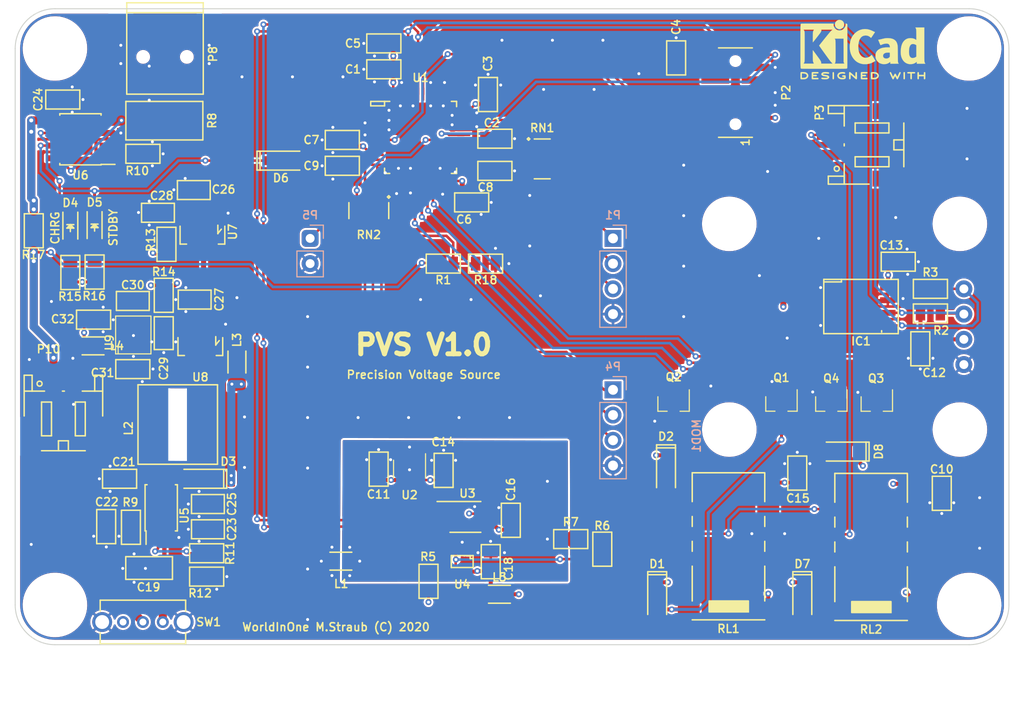
<source format=kicad_pcb>
(kicad_pcb (version 20230620) (generator pcbnew)
  (layers (0 "F.Cu" signal) (1 "In1.Cu" power "GND") (2 "In2.Cu" power "PWR") (31 "B.Cu" signal) (34 "B.Paste" user) (35 "F.Paste" user) (36 "B.SilkS" user "B.Silkscreen") (37 "F.SilkS" user "F.Silkscreen") (38 "B.Mask" user) (39 "F.Mask" user) (44 "Edge.Cuts" user))
  (net 0 "")
  (net 1 "GND")
  (net 2 "/3V3")
  (net 3 "/NRESET")
  (net 4 "/TSG4CAP")
  (net 5 "/TSG1CAP")
  (net 6 "/TSG7CAP")
  (net 7 "/5V")
  (net 8 "/Supply/VIN")
  (net 9 "Net-(C21-Pad1)")
  (net 10 "Net-(C22-Pad1)")
  (net 11 "/Supply/VBAT+")
  (net 12 "Net-(C26-Pad1)")
  (net 13 "Net-(C29-Pad1)")
  (net 14 "Net-(C28-Pad1)")
  (net 15 "Net-(D1-Pad2)")
  (net 16 "Net-(D2-Pad2)")
  (net 17 "Net-(D3-Pad2)")
  (net 18 "Net-(D4-Pad2)")
  (net 19 "/Supply/NSTDBY")
  (net 20 "Net-(D5-Pad2)")
  (net 21 "/NCHRG")
  (net 22 "/SCL")
  (net 23 "/SDA")
  (net 24 "Net-(P1-Pad3)")
  (net 25 "Net-(P1-Pad2)")
  (net 26 "/SWO")
  (net 27 "/SWCLK")
  (net 28 "/SWDIO")
  (net 29 "/DACOUT")
  (net 30 "/Supply/VUSB")
  (net 31 "/TSG1LEFT")
  (net 32 "/4.096V")
  (net 33 "Net-(P8-Pad1)")
  (net 34 "/DACOUTB")
  (net 35 "GNDA")
  (net 36 "Net-(C30-Pad2)")
  (net 37 "Net-(C30-Pad1)")
  (net 38 "/-5V")
  (net 39 "Net-(C31-Pad1)")
  (net 40 "/Supply/VCHRG")
  (net 41 "Net-(R6-Pad2)")
  (net 42 "Net-(R9-Pad1)")
  (net 43 "Net-(R10-Pad1)")
  (net 44 "Net-(R11-Pad2)")
  (net 45 "/TSG4MEM")
  (net 46 "/TSG1DOWN")
  (net 47 "/TSG7SET")
  (net 48 "/TSG7UP")
  (net 49 "/TSG7RIGHT")
  (net 50 "/TSG1ON")
  (net 51 "Net-(D6-Pad2)")
  (net 52 "/VBAT")
  (net 53 "Net-(D7-Pad2)")
  (net 54 "Net-(D8-Pad2)")
  (net 55 "Net-(RL1-Pad9)")
  (net 56 "/5VFILT")
  (net 57 "/OUTON")
  (net 58 "/OUTOFF")
  (net 59 "/VOUT")
  (net 60 "/ATTON")
  (net 61 "/ATTOFF")
  (net 62 "Net-(P1-Pad1)")
  (net 63 "/Supply/6V")
  (net 64 "/USBRX")
  (net 65 "/USBTX")
  (net 66 "Net-(P4-Pad3)")
  (net 67 "Net-(P4-Pad2)")
  (net 68 "Net-(P4-Pad1)")
  (net 69 "Net-(P5-Pad1)")
  (footprint "Capacitors_SMD:CAPC2012X95" (layer "F.Cu") (at -35.052 0.646 -90)
    (property "Reference" "C29")
    (property "Value" "1µ")
  )
  (footprint "Capacitors_SMD:CAPC2012X125" (layer "F.Cu") (at -38.1635 4.2655)
    (property "Reference" "C31")
    (property "Value" "4.7µ")
  )
  (footprint "Resistors_SMD:RESC2012X60" (layer "F.Cu") (at 42.1005 -3.81)
    (property "Reference" "R3")
    (property "Value" "4.7K")
  )
  (footprint "Capacitors_SMD:CAPC2012X60" (layer "F.Cu") (at -4.064 -12.5095)
    (property "Reference" "C6")
    (property "Value" "100N")
  )
  (footprint "Resistors_SMD:RESC2012X60" (layer "F.Cu") (at -30.734 22.7965 180)
    (property "Reference" "R11")
    (property "Value" "47K")
  )
  (footprint "Resistors_SMD:RESC2012X60" (layer "F.Cu") (at -35.052 -3.164 -90)
    (property "Reference" "R14")
    (property "Value" "0E")
  )
  (footprint "Symbols:KiCad-Logo2_6mm_SilkScreen" (layer "F.Cu") (at 35.3 -27.9)
    (property "Reference" "REF***" hide)
    (property "Value" "KiCad-Logo2_6mm_SilkScreen" hide)
  )
  (footprint "Capacitors_SMD:CAPC2012X60" (layer "F.Cu") (at -12.903 -28.5085 180)
    (property "Reference" "C5")
    (property "Value" "100N")
  )
  (footprint "Capacitors_SMD:CAPC2012X60" (layer "F.Cu") (at -13.42775 14.331171 90)
    (property "Reference" "C11")
    (property "Value" "1µ")
  )
  (footprint "Capacitors_SMD:CAPC2012X60" (layer "F.Cu") (at -0.1245 19.479671 90)
    (property "Reference" "C16")
    (property "Value" "1µ")
  )
  (footprint "Resistors_SMD:RESC2012X60" (layer "F.Cu") (at -6.9215 -6.35)
    (property "Reference" "R1")
    (property "Value" "33K")
  )
  (footprint "Resistors_SMD:RESC2012X60" (layer "F.Cu") (at 9.0805 22.385671 90)
    (property "Reference" "R6")
    (property "Value" "99K")
  )
  (footprint "Resistors_SMD:RESC2012X60" (layer "F.Cu") (at -44.45 -5.45338 90)
    (property "Reference" "R15")
    (property "Value" "3.9K")
  )
  (footprint "Inductors_SMD:L0805" (layer "F.Cu") (at -17.22628 23.592171 180)
    (property "Reference" "L1")
    (property "Value" "FB0805")
  )
  (footprint "LEDs:LED_0805" (layer "F.Cu") (at -44.45 -9.92378 -90)
    (property "Reference" "D4")
    (property "Value" "LED0805-G")
  )
  (footprint "Connectors:USB_Mini-B" (layer "F.Cu") (at -34.925 -28.0035 -90)
    (property "Reference" "P8")
    (property "Value" "USB_B")
  )
  (footprint "Housings_SOIC:SOIC-8-1EP_3.9x4.9mm_Pitch1.27mm_PowerPAD" (layer "F.Cu") (at -43.434 -18.8595 180)
    (property "Reference" "U6")
    (property "Value" "TP4056")
  )
  (footprint "Diodes_SMD:SOD-323" (layer "F.Cu") (at 33.528 12.56475 180)
    (property "Reference" "D8")
    (property "Value" "1N4148WS")
  )
  (footprint "Relais_SMD:EE2-xTNUH" (layer "F.Cu") (at 36.1315 22.1615 90)
    (property "Reference" "RL2")
    (property "Value" "EE2-3TNUH")
  )
  (footprint "Buttons_Switches_THT:SK12D07G8" (layer "F.Cu") (at -37.1475 29.718 180)
    (property "Reference" "SW1")
    (property "Value" "SK12D07-G8")
  )
  (footprint "Capacitors_SMD:CAPC2012X60" (layer "F.Cu") (at -40.8432 20.1168 -90)
    (property "Reference" "C22")
    (property "Value" "2.7N")
  )
  (footprint "Housings_TO_SOT_SMD:SOT89-3_Housing" (layer "F.Cu") (at -31.369 1.5985 180)
    (property "Reference" "U8")
    (property "Value" "HT7850")
  )
  (footprint "Capacitors_SMD:CAPC2012X60" (layer "F.Cu") (at -17.0815 -16.1925 180)
    (property "Reference" "C9")
    (property "Value" "15N")
  )
  (footprint "Capacitors_SMD:CAPC2012X125" (layer "F.Cu") (at 43.2435 16.764 -90)
    (property "Reference" "C10")
    (property "Value" "10µ")
  )
  (footprint "Diodes_SMD:SOD-323" (layer "F.Cu") (at 14.605 27.051 -90)
    (property "Reference" "D1")
    (property "Value" "1N4148WS")
  )
  (footprint "Connectors_JST:JST_PH_S2B-PH-SM4-TB_02x2.00mm_Angled" (layer "F.Cu") (at -45.1485 8.255)
    (property "Reference" "P10")
    (property "Value" "JSTPHMHS-2")
  )
  (footprint "Capacitors_SMD:CAPC2012X125" (layer "F.Cu") (at -45.212 -22.86)
    (property "Reference" "C24")
    (property "Value" "10µ")
  )
  (footprint "Capacitors_SMD:CAPC2012X60" (layer "F.Cu") (at -39.497 15.3035 180)
    (property "Reference" "C21")
    (property "Value" "100N")
  )
  (footprint "Capacitors_SMD:CAPC2012X95" (layer "F.Cu") (at -30.607 17.8435 180)
    (property "Reference" "C25")
    (property "Value" "22µ")
  )
  (footprint "Capacitors_SMD:CAPC2012X60" (layer "F.Cu") (at -2.1465 23.646671 -90)
    (property "Reference" "C18")
    (property "Value" "100N")
  )
  (footprint "Capacitors_SMD:CAPC2012X60" (layer "F.Cu") (at 16.512593 -27.051 90)
    (property "Reference" "C4")
    (property "Value" "100N")
  )
  (footprint "Capacitors_SMD:CAPC2012X95" (layer "F.Cu") (at -30.607 20.3835 180)
    (property "Reference" "C23")
    (property "Value" "22µ")
  )
  (footprint "Capacitors_SMD:CAPC2012X95" (layer "F.Cu") (at -32.026 -13.7519 180)
    (property "Reference" "C26")
    (property "Value" "1µ")
  )
  (footprint "Capacitors_SMD:CAPC2012X60" (layer "F.Cu") (at -1.727 -15.6815)
    (property "Reference" "C8")
    (property "Value" "15N")
  )
  (footprint "Connectors_JST:JST_PH_S2B-PH-SM4-TB_02x2.00mm_Angled" (layer "F.Cu") (at 35.2 -18.3 90)
    (property "Reference" "P3")
    (property "Value" "JSTPHMHS-2")
  )
  (footprint "Inductors_SMD:L0805" (layer "F.Cu") (at -1.27 26.924 180)
    (property "Reference" "L5")
    (property "Value" "FB0805")
  )
  (footprint "Housings_TO_SOT_SMD:SC-70-5" (layer "F.Cu") (at -5.0165 23.630671 180)
    (property "Reference" "U4")
    (property "Value" "OPA333AIDCKR")
  )
  (footprint "Resistors_SMD:RESC2012X60" (layer "F.Cu") (at -34.7781 -8.2909 90)
    (property "Reference" "R13")
    (property "Value" "0E")
  )
  (footprint "Diodes_SMD:SOD-323" (layer "F.Cu") (at 29.21 27.051 -90)
    (property "Reference" "D7")
    (property "Value" "1N4148WS")
  )
  (footprint "LEDs:LED_0805" (layer "F.Cu") (at -42.0116 -9.97458 -90)
    (property "Reference" "D5")
    (property "Value" "LED0805-Y")
  )
  (footprint "Resistors_SMD:RESC2012X60" (layer "F.Cu") (at -42.0116 -5.50418 90)
    (property "Reference" "R16")
    (property "Value" "3.9K")
  )
  (footprint "Capacitors_SMD:CAPC2012X60" (layer "F.Cu") (at -2.4255 -23.368 90)
    (property "Reference" "C3")
    (property "Value" "100N")
  )
  (footprint "Capacitors_SMD:CAPC2012X95" (layer "F.Cu") (at -35.6345 -11.4659 180)
    (property "Reference" "C28")
    (property "Value" "1µ")
  )
  (footprint "Capacitors_SMD:CAPC2012X60" (layer "F.Cu") (at -42.1132 -0.7112)
    (property "Reference" "C32")
    (property "Value" "100N")
  )
  (footprint "Inductors_SMD:L0805" (layer "F.Cu") (at -42.164 1.9304 180)
    (property "Reference" "L4")
    (property "Value" "FB0805")
  )
  (footprint "Resistors_SMD:RESC6332X65" (layer "F.Cu") (at -34.9885 -20.7645)
    (property "Reference" "R8")
    (property "Value" "0.2E")
  )
  (footprint "Diodes_SMD:SOD-323" (layer "F.Cu") (at -23.2664 -16.7132)
    (property "Reference" "D6")
    (property "Value" "BAT54WS")
  )
  (footprint "Capacitors_SMD:CAPC2012X60" (layer "F.Cu") (at 38.862 -6.5405 180)
    (property "Reference" "C13")
    (property "Value" "100N")
  )
  (footprint "Resistors_SMD:RESCAXE80P160X320X70-8" (layer "F.Cu") (at -14.4145 -11.684 -90)
    (property "Reference" "RN2")
    (property "Value" "1K")
  )
  (footprint "TO_SOT_Packages_SMD:SOT-23" (layer "F.Cu") (at 27.110645 7.740645 -90)
    (property "Reference" "Q1")
    (property "Value" "BSS138")
  )
  (footprint "Housings_SSOP:TSSOP-8_4.4x3mm_Pitch0.65mm" (layer "F.Cu") (at -35.306 18.2245 90)
    (property "Reference" "U5")
    (property "Value" "TPS61085")
  )
  (footprint "Housings_TO_SOT_SMD:SOT-23-6" (layer "F.Cu") (at -38.117 0.8285 90)
    (property "Reference" "U9")
    (property "Value" "LM2776")
  )
  (footprint "Connectors_Samtec:SAMTEC-FTSH-107-01-X-DV" (layer "F.Cu") (at 22.481593 -23.5585 90)
    (property "Reference" "P2")
    (property "Value" "MA07-2S-1.27")
  )
  (footprint "Capacitors_SMD:CAPC2012X95" (layer "F.Cu") (at -31.9405 -2.7305 180)
    (property "Reference" "C27")
    (property "Value" "1µ")
  )
  (footprint "Capacitors_SMD:CAPC3216X125" (layer "F.Cu") (at -36.5252 24.2824 180)
    (property "Reference" "C19")
    (property "Value" "10µ")
  )
  (footprint "Inductors_SMD:L0805" (layer "F.Cu") (at -27.686 3.556 90)
    (property "Reference" "L3")
    (property "Value" "FB0805")
  )
  (footprint "Diodes_SMD:SOD-323" (layer "F.Cu") (at 15.494 14.2875 -90)
    (property "Reference" "D2")
    (property "Value" "1N4148WS")
  )
  (footprint "Mounting_Holes:MountingHole_2.7mm_M2.5_DIN965" (layer "F.Cu") (at -46 28)
    (property "Reference" "MH1" hide)
    (property "Value" "Mounting_Hole")
  )
  (footprint "Capacitors_SMD:CAPC2012X125" (layer "F.Cu") (at 28.702 14.7295 90)
    (property "Reference" "C15")
    (property "Value" "10µ")
  )
  (footprint "Resistors_SMD:RESC2012X60" (layer "F.Cu") (at 5.9055 21.369671 180)
    (property "Reference" "R7")
    (property "Value" "1K")
  )
  (footprint "Housings_SOIC:SOIC-8_3.9x4.9mm_Pitch1.27mm" (layer "F.Cu") (at 35.1155 -2.032)
    (property "Reference" "IC1")
    (property "Value" "24C01")
  )
  (footprint "Resistors_SMD:RESC2012X60" (layer "F.Cu") (at -48.133 -9.652 90)
    (property "Reference" "R17")
    (property "Value" "0E")
  )
  (footprint "TO_SOT_Packages_SMD:SOT-23" (layer "F.Cu") (at 32.131 7.747 -90)
    (property "Reference" "Q4")
    (property "Value" "BSS138")
  )
  (footprint "Capacitors_SMD:CAPC2012X60" (layer "F.Cu") (at -1.727 -18.92)
    (property "Reference" "C2")
    (property "Value" "15N")
  )
  (footprint "Capacitors_SMD:CAPC2012X95" (layer "F.Cu") (at -38.1635 -2.5925 180)
    (property "Reference" "C30")
    (property "Value" "1µ")
  )
  (footprint "Housings_TO_SOT_SMD:SOT-23-5" (layer "F.Cu") (at -10.31625 14.328671 -90)
    (property "Reference" "U2")
    (property "Value" "LM4132AMF-4.1")
  )
  (footprint "Diodes_SMD:SOD-323" (layer "F.Cu") (at -31.115 15.3035 180)
    (property "Reference" "D3")
    (property "Value" "PMEG2010A")
  )
  (footprint "Inductors_SMD:CDRH6D28" (layer "F.Cu") (at -33.6428 9.8425 90)
    (property "Reference" "L2")
    (property "Value" "3.3µ")
  )
  (footprint "Housings_SSOP:SOP65P490X110-8N-8µMax" (layer "F.Cu") (at -4.693 19.139671)
    (property "Reference" "U3")
    (property "Value" "MAX5217GUA+")
  )
  (footprint "Resistors_SMD:RESC2012X60" (layer "F.Cu") (at -2.667 -6.35)
    (property "Reference" "R18")
    (property "Value" "22K")
  )
  (footprint "Mounting_Holes:MountingHole_2.7mm_M2.5_DIN965" (layer "F.Cu") (at 46 28)
    (property "Reference" "MH2" hide)
    (property "Value" "Mounting_Hole")
  )
  (footprint "Resistors_SMD:RESC2012X60" (layer "F.Cu") (at -37.1475 -17.399)
    (property "Reference" "R10")
    (property "Value" "1.8K")
  )
  (footprint "Resistors_SMD:RESCAXE80P160X320X70-8" (layer "F.Cu") (at 3.0355 -16.888)
    (property "Reference" "RN1")
    (property "Value" "1K")
  )
  (footprint "Mounting_Holes:MountingHole_2.7mm_M2.5_DIN965" (layer "F.Cu") (at 46 -28)
    (property "Reference" "MH3" hide)
    (property "Value" "Mounting_Hole")
  )
  (footprint "Resistors_SMD:RESC2012X60" (layer "F.Cu") (at -30.734 25.146)
    (property "Reference" "R12")
    (property "Value" "12K")
  )
  (footprint "TO_SOT_Packages_SMD:SOT-23" (layer "F.Cu") (at 36.7055 7.747 -90)
    (property "Reference" "Q3")
    (property "Value" "BSS138")
  )
  (footprint "Relais_SMD:EE2-xTNUH" (layer "F.Cu") (at 21.7805 22.098 90)
    (property "Reference" "RL1")
    (property "Value" "EE2-3TNUH")
  )
  (footprint "TO_SOT_Packages_SMD:SOT-23" (layer "F.Cu") (at 16.256 7.747 -90)
    (property "Reference" "Q2")
    (property "Value" "BSS138")
  )
  (footprint "Capacitors_SMD:CAPC2012X60" (layer "F.Cu") (at -12.903 -25.905 180)
    (property "Reference" "C1")
    (property "Value" "4.7µ")
  )
  (footprint "Resistors_SMD:RESC2012X60" (layer "F.Cu") (at -8.4074 25.621671 -90)
    (property "Reference" "R5")
    (property "Value" "4.7K")
  )
  (footprint "Capacitors_SMD:CAPC2012X60" (layer "F.Cu") (at -17.0815 -18.796 180)
    (property "Reference" "C7")
    (property "Value" "1µ")
  )
  (footprint "Capacitors_SMD:CAPC2012X60" (layer "F.Cu") (at 41.0845 2.22 90)
    (property "Reference" "C12")
    (property "Value" "100N")
  )
  (footprint "Housings_QFP:LQFP-48_7x7mm_Pitch0.5mm" (layer "F.Cu") (at -9.2075 -19.05)
    (property "Reference" "U1")
    (property "Value" "STM32L151C8Tx")
  )
  (footprint "Resistors_SMD:RESC2012X60" (layer "F.Cu") (at -38.354 20.1836 90)
    (property "Reference" "R9")
    (property "Value" "12K")
  )
  (footprint "Capacitors_SMD:CAPC2012X60" (layer "F.Cu") (at -6.88725 14.458171 90)
    (property "Reference" "C14")
    (property "Value" "1µ")
  )
  (footprint "Resistors_SMD:RESC2012X60" (layer "F.Cu") (at 42.1005 -1.3335)
    (property "Reference" "R2")
    (property "Value" "4.7K")
  )
  (footprint "Mounting_Holes:MountingHole_2.7mm_M2.5_DIN965" (layer "F.Cu") (at -46 -28)
    (property "Reference" "MH4" hide)
    (property "Value" "Mounting_Hole")
  )
  (footprint "Housings_TO_SOT_SMD:SOT89-3_Housing" (layer "F.Cu") (at -31.15648 -9.61424 180)
    (property "Reference" "U7")
    (property "Value" "HT7833")
  )
  (footprint "Socket_Strips:Socket_Strip_Straight_1x04_Pitch2.54mm" (layer "B.Cu") (at 10.16 -5.08 180)
    (property "Reference" "P1")
    (property "Value" "FE04-1")
  )
  (footprint "Opto-Devices:OLED_0.96_TYP1_PCB" (layer "B.Cu") (at 33.4645 0 90)
    (property "Reference" "MOD1")
    (property "Value" "OLED128X64YB0.96")
  )
  (footprint "Socket_Strips:Socket_Strip_Straight_1x02_Pitch2.54mm" (layer "B.Cu") (at -20.32 -7.62 180)
    (property "Reference" "P5")
    (property "Value" "FE02-1")
  )
  (footprint "Socket_Strips:Socket_Strip_Straight_1x04_Pitch2.54mm" (layer "B.Cu") (at 10.16 10.16 180)
    (property "Reference" "P4")
    (property "Value" "FE04-1")
  )
  (gr_line (start -46 32) (end 46 32) (stroke (width 0.1)) (layer "Edge.Cuts"))
  (gr_line (start -46 -32) (end 46 -32) (stroke (width 0.1)) (layer "Edge.Cuts"))
  (gr_arc (start 50 28) (mid 48.828427 30.828427) (end 46 32) (stroke (width 0.1)) (layer "Edge.Cuts"))
  (gr_arc (start -50 -28) (mid -48.828427 -30.828427) (end -46 -32) (stroke (width 0.1)) (layer "Edge.Cuts"))
  (gr_line (start 50 28) (end 50 -28) (stroke (width 0.1)) (layer "Edge.Cuts"))
  (gr_arc (start 46 -32) (mid 48.828427 -30.828427) (end 50 -28) (stroke (width 0.1)) (layer "Edge.Cuts"))
  (gr_arc (start -46 32) (mid -48.828427 30.828427) (end -50 28) (stroke (width 0.1)) (layer "Edge.Cuts"))
  (gr_line (start -50 -28) (end -50 28) (stroke (width 0.1)) (layer "Edge.Cuts"))
  (gr_text "CHRG" (at -45.974 -11.684 90) (layer "F.SilkS") (effects (font (size 0.8128 0.8128) (thickness 0.1524)) (justify right)))
  (gr_text "STDBY" (at -40.132 -11.938 90) (layer "F.SilkS") (effects (font (size 0.8128 0.8128) (thickness 0.1524)) (justify right)))
  (gr_text "WorldInOne M.Straub (C) 2020" (at -17.7165 30.226 0) (layer "F.SilkS") (effects (font (size 0.8128 0.8128) (thickness 0.1524))))
  (gr_text "PVS V1.0" (at -8.89 1.826 0) (layer "F.SilkS") (effects (font (size 2 2) (thickness 0.5))))
  (gr_text "Precision Voltage Source" (at -8.89 4.826 0) (layer "F.SilkS") (effects (font (size 0.8128 0.8128) (thickness 0.1524))))
  (segment (start 34.8005 6.604) (end 35.7485 6.604) (width 0.4064) (layer "F.Cu") (net 1))
  (segment (start -33.528 21.209) (end -34.2965 21.209) (width 0.4064) (layer "F.Cu") (net 1))
  (segment (start -11.43 -15.9385) (end -11.43 -14.7275) (width 0.254) (layer "F.Cu") (net 1))
  (segment (start 26.153645 6.597645) (end 26.153645 5.520145) (width 0.4064) (layer "F.Cu") (net 1))
  (segment (start 31.0515 -3.937) (end 32.4155 -3.937) (width 0.4064) (layer "F.Cu") (net 1))
  (segment (start 43.2435 18.796) (end 43.2435 17.714) (width 0.4064) (layer "F.Cu") (net 1))
  (segment (start -3.1115 -11.303) (end -3.1115 -12.507) (width 0.4064) (layer "F.Cu") (net 1))
  (segment (start -19.1135 -16.1925) (end -18.0315 -16.1925) (width 0.4064) (layer "F.Cu") (net 1))
  (segment (start -42.1005 21.082) (end -40.8584 21.082) (width 0.4064) (layer "F.Cu") (net 1))
  (segment (start -7.4575 -14.7) (end -7.4575 -13.8075) (width 0.254) (layer "F.Cu") (net 1))
  (segment (start -7.4575 -15.72) (end -7.239 -15.9385) (width 0.254) (layer "F.Cu") (net 1))
  (segment (start 31.0515 -0.127) (end 32.4155 -0.127) (width 0.4064) (layer "F.Cu") (net 1))
  (segment (start -39.5605 21.082) (end -40.828 21.082) (width 0.4064) (layer "F.Cu") (net 1))
  (segment (start -44.196 3.175) (end -44.196 5.4325) (width 0.4064) (layer "F.Cu") (net 1))
  (segment (start -33.8455 1.524) (end -35.03 1.524) (width 0.4064) (layer "F.Cu") (net 1))
  (segment (start -6.9575 -14.7) (end -6.9575 -13.3625) (width 0.254) (layer "F.Cu") (net 1))
  (segment (start -7.9575 -24.3405) (end -8.1915 -24.5745) (width 0.254) (layer "F.Cu") (net 1))
  (segment (start -32.5755 20.3835) (end -31.507 20.3835) (width 0.4064) (layer "F.Cu") (net 1))
  (segment (start -41.529 15.3035) (end -40.447 15.3035) (width 0.4064) (layer "F.Cu") (net 1))
  (segment (start -36.5125 -10.2235) (end -36.5125 -11.4439) (width 0.4064) (layer "F.Cu") (net 1))
  (segment (start -44.196 5.4325) (end -44.1485 5.48) (width 0.4064) (layer "F.Cu") (net 1))
  (segment (start 29.972 13.7795) (end 28.702 13.7795) (width 0.4064) (layer "F.Cu") (net 1))
  (segment (start -44.2595 -24.13) (end -44.2595 -22.8625) (width 0.4064) (layer "F.Cu") (net 1))
  (segment (start 30.291752 6.604) (end 30.253923 6.566171) (width 0.4064) (layer "F.Cu") (net 1))
  (segment (start 0.254 -18.923) (end -0.774 -18.923) (width 0.4064) (layer "F.Cu") (net 1))
  (segment (start -6.0325 -19.812) (end -6.0325 -20.32) (width 0.254) (layer "F.Cu") (net 1))
  (segment (start -2.423 -24.3205) (end -2.4255 -24.318) (width 0.4064) (layer "F.Cu") (net 1))
  (segment (start 37.8155 -2.667) (end 39.1795 -2.667) (width 0.4064) (layer "F.Cu") (net 1))
  (segment (start -28.575 -11.43) (end -29.61944 -11.43) (width 0.4064) (layer "F.Cu") (net 1))
  (segment (start -36.1315 4.2545) (end -37.2025 4.2545) (width 0.4064) (layer "F.Cu") (net 1))
  (segment (start -36.195 -16.1925) (end -36.195 -17.3515) (width 0.4064) (layer "F.Cu") (net 1))
  (segment (start -31.496 19.1008) (end -31.496 20.3725) (width 0.4064) (layer "F.Cu") (net 1))
  (segment (start -35.1155 -17.399) (end -36.1475 -17.399) (width 0.4064) (layer "F.Cu") (net 1))
  (segment (start -4.8695 -19.812) (end -6.0325 -19.812) (width 0.254) (layer "F.Cu") (net 1))
  (segment (start -9.9575 -15.6725) (end -10.2235 -15.9385) (width 0.254) (layer "F.Cu") (net 1))
  (segment (start -2.0955 -12.5095) (end -3.114 -12.5095) (width 0.4064) (layer "F.Cu") (net 1))
  (segment (start -13.843 -27.2415) (end -13.843 -28.4985) (width 0.4064) (layer "F.Cu") (net 1))
  (segment (start -6.9575 -15.657) (end -7.239 -15.9385) (width 0.254) (layer "F.Cu") (net 1))
  (segment (start -3.1115 -13.716) (end -3.1115 -12.512) (width 0.4064) (layer "F.Cu") (net 1))
  (segment (start -36.5125 -22.7965) (end -36.5125 -24.54148) (width 0.4064) (layer "F.Cu") (net 1))
  (segment (start -40.132 -0.6985) (end -41.1505 -0.6985) (width 0.4064) (layer "F.Cu") (net 1))
  (segment (start -4.8575 -20.3) (end -3.7265 -20.3) (width 0.254) (layer "F.Cu") (net 1))
  (segment (start -36.8935 24.3205) (end -37.9871 24.3205) (width 0.4064) (layer "F.Cu") (net 1))
  (segment (start -37.211 5.5245) (end -37.211 4.268) (width 0.4064) (layer "F.Cu") (net 1))
  (segment (start 39.751 -7.8105) (end 39.751 -6.6015) (width 0.4064) (layer "F.Cu") (net 1))
  (segment (start -18.034 -14.859) (end -18.034 -16.19) (width 0.4064) (layer "F.Cu") (net 1))
  (segment (start -14.9225 -28.5115) (end -13.856 -28.5115) (width 0.4064) (layer "F.Cu") (net 1))
  (segment (start -28.829 -0.254) (end -29.86702 -0.254) (width 0.4064) (layer "F.Cu") (net 1))
  (segment (start -10.4575 -13.696) (end -10.2235 -13.462) (width 0.254) (layer "F.Cu") (net 1))
  (segment (start -8.4575 -22.491) (end -8.1915 -22.225) (width 0.254) (layer "F.Cu") (net 1))
  (segment (start 42.037 17.7165) (end 43.241 17.7165) (width 0.4064) (layer "F.Cu") (net 1))
  (segment (start -39.37 -26.4795) (end -39.37 -24.65832) (width 0.4064) (layer "F.Cu") (net 1))
  (segment (start 39.8145 -5.2705) (end 39.8145 -6.538) (width 0.4064) (layer "F.Cu") (net 1))
  (segment (start -39.1795 24.3205) (end -38.0633 24.3205) (width 0.4064) (layer "F.Cu") (net 1))
  (segment (start -31.496 21.59) (end -31.496 20.3945) (width 0.4064) (layer "F.Cu") (net 1))
  (segment (start -10.9575 -24.4195) (end -11.1125 -24.5745) (width 0.254) (layer "F.Cu") (net 1))
  (segment (start -2.413 -25.4) (end -2.413 -24.3305) (width 0.4064) (layer "F.Cu") (net 1))
  (segment (start -3.683 -24.3205) (end -2.428 -24.3205) (width 0.4064) (layer "F.Cu") (net 1))
  (segment (start -32.8295 -3.937) (end -32.8295 -2.7415) (width 0.4064) (layer "F.Cu") (net 1))
  (segment (start -40.8305 22.1615) (end -40.8305 21.0795) (width 0.4064) (layer "F.Cu") (net 1))
  (segment (start 27.432 13.7795) (end 28.702 13.7795) (width 0.4064) (layer "F.Cu") (net 1))
  (segment (start -7.4575 -14.7) (end -7.4575 -15.72) (width 0.254) (layer "F.Cu") (net 1))
  (segment (start -7.9575 -23.4) (end -7.9575 -24.3405) (width 0.254) (layer "F.Cu") (net 1))
  (segment (start -44.2595 -21.59) (end -44.2595 -22.8575) (width 0.4064) (layer "F.Cu") (net 1))
  (segment (start 16.512593 -29.083) (end 16.512593 -28.001) (width 0.4064) (layer "F.Cu") (net 1))
  (segment (start -33.8455 -2.7305) (end -32.8405 -2.7305) (width 0.4064) (layer "F.Cu") (net 1))
  (segment (start -34.036 -13.7795) (end -32.9536 -13.7795) (width 0.4064) (layer "F.Cu") (net 1))
  (segment (start -6.0325 -21.2725) (end -4.885 -21.2725) (width 0.254) (layer "F.Cu") (net 1))
  (segment (start -18.034 -17.526) (end -18.034 -18.7935) (width 0.4064) (layer "F.Cu") (net 1))
  (segment (start -6.9575 -22.261) (end -6.9215 -22.225) (width 0.254) (layer "F.Cu") (net 1))
  (segment (start -18.034 -17.526) (end -18.034 -16.195) (width 0.4064) (layer "F.Cu") (net 1))
  (segment (start 39.1795 -2.667) (end 39.345172 -2.832672) (width 0.4064) (layer "F.Cu") (net 1))
  (segment (start -19.1135 -18.796) (end -18.0315 -18.796) (width 0.4064) (layer "F.Cu") (net 1))
  (segment (start -9.9575 -13.728) (end -10.2235 -13.462) (width 0.254) (layer "F.Cu") (net 1))
  (segment (start -32.8295 -1.524) (end -32.8295 -2.7195) (width 0.4064) (layer "F.Cu") (net 1))
  (segment (start -10.9575 -22.507) (end -11.2395 -22.225) (width 0.254) (layer "F.Cu") (net 1))
  (segment (start -41.148 -1.9685) (end -41.148 -0.7264) (width 0.4064) (layer "F.Cu") (net 1))
  (segment (start -1.667 -6.35) (end -0.3175 -6.35) (width 0.4064) (layer "F.Cu") (net 1))
  (segment (start -6.9575 -24.4115) (end -6.7945 -24.5745) (width 0.254) (layer "F.Cu") (net 1))
  (segment (start -38.1 2.9845) (end -38.1 1.9455) (width 0.4064) (layer "F.Cu") (net 1))
  (segment (start -44.1325 5.496) (end -44.1485 5.48) (width 0.4064) (layer "F.Cu") (net 1))
  (segment (start -13.843 -28.4985) (end -13.853 -28.5085) (width 0.4064) (layer "F.Cu") (net 1))
  (segment (start -2.428 -24.3205) (end -2.4255 -24.318) (width 0.4064) (layer "F.Cu") (net 1))
  (segment (start -18.12544 23.592171) (end -18.12544 22.185011) (width 0.4064) (layer "F.Cu") (net 1))
  (segment (start -14.9225 -25.908) (end -13.856 -25.908) (width 0.4064) (layer "F.Cu") (net 1))
  (segment (start -39.37 -19.4945) (end -40.734 -19.4945) (width 0.4064) (layer "F.Cu") (net 1))
  (segment (start -18.034 -20.066) (end -18.034 -18.7985) (width 0.4064) (layer "F.Cu") (net 1))
  (segment (start 14.358 7.552) (end 14.358 9.50751) (width 0.4064) (layer "F.Cu") (net 1))
  (segment (start -6.9575 -14.7) (end -6.9575 -15.657) (width 0.254) (layer "F.Cu") (net 1))
  (segment (start -38.0365 22.86) (end -38.0365 24.2711) (width 0.4064) (layer "F.Cu") (net 1))
  (segment (start -10.4575 -14.7) (end -10.4575 -15.7045) (width 0.254) (layer "F.Cu") (net 1))
  (segment (start -29.718 26.416) (end -29.718 25.162) (width 0.4064) (layer "F.Cu") (net 1))
  (segment (start -41.148 0.508) (end -41.148 -0.696) (width 0.4064) (layer "F.Cu") (net 1))
  (segment (start -7.9575 -23.4) (end -7.9575 -22.459) (width 0.254) (layer "F.Cu") (net 1))
  (segment (start -40.4495 16.5735) (end -40.4495 15.306) (width 0.4064) (layer "F.Cu") (net 1))
  (segment (start -39.37 -28.321) (end -39.37 -30.14726) (width 0.4064) (layer "F.Cu") (net 1))
  (segment (start -4.8775 -20.32) (end -6.0325 -20.32) (width 0.254) (layer "F.Cu") (net 1))
  (segment (start -44.1325 7.8105) (end -44.1325 5.496) (width 0.4064) (layer "F.Cu") (net 1))
  (segment (start -1.667 -6.35) (end -1.667 -7.89) (width 0.4064) (layer "F.Cu") (net 1))
  (segment (start 24.13 20.828) (end 25.7805 20.828) (width 0.4064) (layer "F.Cu") (net 1))
  (segment (start -11.4575 -14.7) (end -11.4575 -13.5615) (width 0.254) (layer "F.Cu") (net 1))
  (segment (start -1.143 -24.3205) (end -2.423 -24.3205) (width 0.4064) (layer "F.Cu") (net 1))
  (segment (start -31.496 16.5735) (end -31.496 17.8325) (width 0.4064) (layer "F.Cu") (net 1))
  (segment (start -40.4495 14.0335) (end -40.4495 15.301) (width 0.4064) (layer "F.Cu") (net 1))
  (segment (start -18.12544 23.592171) (end -18.12544 25.042511) (width 0.4064) (layer "F.Cu") (net 1))
  (segment (start -8.4575 -23.4) (end -8.4575 -22.491) (width 0.254) (layer "F.Cu") (net 1))
  (segment (start 31.174 6.604) (end 30.291752 6.604) (width 0.4064) (layer "F.Cu") (net 1))
  (segment (start -11.4575 -22.443) (end -11.2395 -22.225) (width 0.254) (layer "F.Cu") (net 1))
  (segment (start -32.893 -14.9225) (end -32.893 -13.7849) (width 0.4064) (layer "F.Cu") (net 1))
  (segment (start -13.843 -25.895) (end -13.853 -25.905) (width 0.4064) (layer "F.Cu") (net 1))
  (segment (start -11.4575 -23.4) (end -11.4575 -22.443) (width 0.254) (layer "F.Cu") (net 1))
  (segment (start -7.4575 -13.8075) (end -6.985 -13.335) (width 0.254) (layer "F.Cu") (net 1))
  (segment (start -9.9575 -14.7) (end -9.9575 -15.6725) (width 0.254) (layer "F.Cu") (net 1))
  (segment (start -30.48 -26.4795) (end -30.48 -24.65832) (width 0.4064) (layer "F.Cu") (net 1))
  (segment (start -18.12544 23.592171) (end -19.19478 23.592171) (width 0.4064) (layer "F.Cu") (net 1))
  (segment (start 28.702 12.6365) (end 28.702 13.7795) (width 0.4064) (layer "F.Cu") (net 1))
  (segment (start 40.894 -6.5405) (end 39.812 -6.5405) (width 0.4064) (layer "F.Cu") (net 1))
  (segment (start -7.9575 -22.459) (end -8.1915 -22.225) (width 0.254) (layer "F.Cu") (net 1))
  (segment (start -6.9575 -23.4) (end -6.9575 -22.261) (width 0.254) (layer "F.Cu") (net 1))
  (segment (start -28.702 25.146) (end -29.734 25.146) (width 0.4064) (layer "F.Cu") (net 1))
  (segment (start -4.8575 -20.3) (end -4.8775 -20.32) (width 0.254) (layer "F.Cu") (net 1))
  (segment (start -37.592 -11.4935) (end -36.5621 -11.4935) (width 0.4064) (layer "F.Cu") (net 1))
  (segment (start -43.18 -22.86) (end -44.262 -22.86) (width 0.4064) (layer "F.Cu") (net 1))
  (segment (start 44.45 17.7165) (end 43.246 17.7165) (width 0.4064) (layer "F.Cu") (net 1))
  (segment (start -13.843 -24.638) (end -13.843 -25.895) (width 0.4064) (layer "F.Cu") (net 1))
  (segment (start -31.496 19.1008) (end -31.496 17.8545) (width 0.4064) (layer "F.Cu") (net 1))
  (segment (start -6.9575 -23.4) (end -6.9575 -24.4115) (width 0.254) (layer "F.Cu") (net 1))
  (segment (start -10.4575 -14.7) (end -10.4575 -13.696) (width 0.254) (layer "F.Cu") (net 1))
  (segment (start 26.482093 -22.2885) (end 24.513593 -22.2885) (width 0.4064) (layer "F.Cu") (net 1))
  (segment (start -32.5755 17.8435) (end -31.507 17.8435) (width 0.4064) (layer "F.Cu") (net 1))
  (segment (start -38.0365 25.7175) (end -38.0365 24.2937) (width 0.4064) (layer "F.Cu") (net 1))
  (segment (start -36.2585 1.524) (end -35.074 1.524) (width 0.4064) (layer "F.Cu") (net 1))
  (segment (start -10.9575 -23.4) (end -10.9575 -24.4195) (width 0.254) (layer "F.Cu") (net 1))
  (segment (start 27.432 20.828) (end 25.7805 20.828) (width 0.4064) (layer "F.Cu") (net 1))
  (segment (start -9.9575 -22.237) (end -9.9695 -22.225) (width 0.254) (layer "F.Cu") (net 1))
  (segment (start -30.48 -28.321) (end -30.48 -30.14726) (width 0.4064) (layer "F.Cu") (net 1))
  (segment (start -36.5125 -12.6365) (end -36.5125 -11.4879) (width 0.4064) (layer "F.Cu") (net 1))
  (segment (start -36.195 -18.6055) (end -36.195 -17.4465) (width 0.4064) (layer "F.Cu") (net 1))
  (segment (start 26.482093 -23.5585) (end 24.513593 -23.5585) (width 0.4064) (layer "F.Cu") (net 1))
  (segment (start -13.856 -28.5115) (end -13.853 -28.5085) (width 0.4064) (layer "F.Cu") (net 1))
  (segment (start 15.306 6.604) (end 14.358 7.552) (width 0.4064) (layer "F.Cu") (net 1))
  (segment (start -10.4575 -15.7045) (end -10.2235 -15.9385) (width 0.254) (layer "F.Cu") (net 1))
  (segment (start -2.413 -24.3305) (end -2.4255 -24.318) (width 0.4064) (layer "F.Cu") (net 1))
  (segment (start -13.856 -25.908) (end -13.853 -25.905) (width 0.4064) (layer "F.Cu") (net 1))
  (segment (start -38.1 0.889) (end -38.1 1.9115) (width 0.4064) (layer "F.Cu") (net 1))
  (segment (start 0.254 -15.6845) (end -0.774 -15.6845) (width 0.4064) (layer "F.Cu") (net 1))
  (segment (start -10.9575 -23.4) (end -10.9575 -22.507) (width 0.254) (layer "F.Cu") (net 1))
  (segment (start -6.9575 -13.3625) (end -6.985 -13.335) (width 0.254) (layer "F.Cu") (net 1))
  (segment (start -9.9575 -14.7) (end -9.9575 -13.728) (width 0.254) (layer "F.Cu") (net 1))
  (segment (start -9.9575 -23.4) (end -9.9575 -22.237) (width 0.254) (layer "F.Cu") (net 1))
  (segment (start -35.052 2.6035) (end -35.052 1.546) (width 0.4064) (layer "F.Cu") (net 1))
  (segment (start -3.7265 -20.3) (end -3.556 -20.1295) (width 0.254) (layer "F.Cu") (net 1))
  (segment (start -36.5125 -26.2255) (end -36.5125 -24.56688) (width 0.4064) (layer "F.Cu") (net 1))
  (segment (start -13.843 -27.2415) (end -13.843 -25.915) (width 0.4064) (layer "F.Cu") (net 1))
  (segment (start 26.482093 -26.0985) (end 24.513593 -26.0985) (width 0.4064) (layer "F.Cu") (net 1))
  (segment (start -11.4575 -13.5615) (end -11.6205 -13.3985) (width 0.254) (layer "F.Cu") (net 1))
  (via (at -44.2595 -21.59) (size 0.6) (drill 0.3) (layers "F.Cu" "B.Cu") (net 1))
  (via (at 25.7175 -15.621) (size 0.6) (drill 0.3) (layers "F.Cu" "B.Cu") (net 1))
  (via (at -13.843 -27.2415) (size 0.6) (drill 0.3) (layers "F.Cu" "B.Cu") (net 1))
  (via (at -32.5755 20.3835) (size 0.6) (drill 0.3) (layers "F.Cu" "B.Cu") (net 1))
  (via (at -1.143 -24.3205) (size 0.6) (drill 0.3) (layers "F.Cu" "B.Cu") (net 1))
  (via (at -12.3825 -20.7645) (size 0.6) (drill 0.3) (layers "F.Cu" "B.Cu") (net 1))
  (via (at 26.482093 -23.5585) (size 0.6) (drill 0.3) (layers "F.Cu" "B.Cu") (net 1))
  (via (at -46.355 -2.54) (size 0.6) (drill 0.3) (layers "F.Cu" "B.Cu") (net 1))
  (via (at -40.132 -0.6985) (size 0.6) (drill 0.3) (layers "F.Cu" "B.Cu") (net 1))
  (via (at -19.1135 -18.796) (size 0.6) (drill 0.3) (layers "F.Cu" "B.Cu") (net 1))
  (via (at 14.358 9.50751) (size 0.6) (drill 0.3) (layers "F.Cu" "B.Cu") (net 1))
  (via (at -5.715 -15.5575) (size 0.6) (drill 0.3) (layers "F.Cu" "B.Cu") (net 1))
  (via (at -36.195 -16.1925) (size 0.6) (drill 0.3) (layers "F.Cu" "B.Cu") (net 1))
  (via (at -31.496 16.5735) (size 0.6) (drill 0.3) (layers "F.Cu" "B.Cu") (net 1))
  (via (at -2.413 -25.4) (size 0.6) (drill 0.3) (layers "F.Cu" "B.Cu") (net 1))
  (via (at 0.254 -15.6845) (size 0.6) (drill 0.3) (layers "F.Cu" "B.Cu") (net 1))
  (via (at -39.37 -19.4945) (size 0.6) (drill 0.3) (layers "F.Cu" "B.Cu") (net 1))
  (via (at 43.2435 18.796) (size 0.6) (drill 0.3) (layers "F.Cu" "B.Cu") (net 1))
  (via (at -28.829 -0.254) (size 0.6) (drill 0.3) (layers "F.Cu" "B.Cu") (net 1))
  (via (at -32.5755 17.8435) (size 0.6) (drill 0.3) (layers "F.Cu" "B.Cu") (net 1))
  (via (at -35.1155 -17.399) (size 0.6) (drill 0.3) (layers "F.Cu" "B.Cu") (net 1))
  (via (at -6.0325 -21.2725) (size 0.6) (drill 0.3) (layers "F.Cu" "B.Cu") (net 1))
  (via (at -36.8935 24.3205) (size 0.6) (drill 0.3) (layers "F.Cu" "B.Cu") (net 1))
  (via (at -12.7635 -15.494) (size 0.6) (drill 0.3) (layers "F.Cu" "B.Cu") (net 1))
  (via (at -33.8455 -2.7305) (size 0.6) (drill 0.3) (layers "F.Cu" "B.Cu") (net 1))
  (via (at 2.8575 -3.1115) (size 0.6) (drill 0.3) (layers "F.Cu" "B.Cu") (net 1))
  (via (at -41.529 15.3035) (size 0.6) (drill 0.3) (layers "F.Cu" "B.Cu") (net 1))
  (via (at -18.12544 22.185011) (size 0.6) (drill 0.3) (layers "F.Cu" "B.Cu") (net 1))
  (via (at -19.19478 23.592171) (size 0.6) (drill 0.3) (layers "F.Cu" "B.Cu") (net 1))
  (via (at -0.3175 -6.35) (size 0.6) (drill 0.3) (layers "F.Cu" "B.Cu") (net 1))
  (via (at 17.272 -6.096) (size 0.6) (drill 0.3) (layers "F.Cu" "B.Cu") (net 1))
  (via (at -39.37 -28.321) (size 0.6) (drill 0.3) (layers "F.Cu" "B.Cu") (net 1))
  (via (at -30.48 -26.4795) (size 0.6) (drill 0.3) (layers "F.Cu" "B.Cu") (net 1))
  (via (at -26.924 9.0805) (size 0.6) (drill 0.3) (layers "F.Cu" "B.Cu") (net 1))
  (via (at -7.239 -15.9385) (size 0.6) (drill 0.3) (layers "F.Cu" "B.Cu") (net 1))
  (via (at -17.018 -25.146) (size 0.6) (drill 0.3) (layers "F.Cu" "B.Cu") (net 1))
  (via (at -40.4495 16.5735) (size 0.6) (drill 0.3) (layers "F.Cu" "B.Cu") (net 1))
  (via (at 0.254 -18.923) (size 0.6) (drill 0.3) (layers "F.Cu" "B.Cu") (net 1))
  (via (at -32.893 -14.9225) (size 0.6) (drill 0.3) (layers "F.Cu" "B.Cu") (net 1))
  (via (at -31.496 21.59) (size 0.6) (drill 0.3) (layers "F.Cu" "B.Cu") (net 1))
  (via (at -38.0365 25.7175) (size 0.6) (drill 0.3) (layers "F.Cu" "B.Cu") (net 1))
  (via (at -3.556 -21.5265) (size 0.6) (drill 0.3) (layers "F.Cu" "B.Cu") (net 1))
  (via (at 45.7835 -21.971) (size 0.6) (drill 0.3) (layers "F.Cu" "B.Cu") (net 1))
  (via (at 24.13 20.828) (size 0.6) (drill 0.3) (layers "F.Cu" "B.Cu") (net 1))
  (via (at -39.5605 21.082) (size 0.6) (drill 0.3) (layers "F.Cu" "B.Cu") (net 1))
  (via (at -48.5775 3.302) (size 0.6) (drill 0.3) (layers "F.Cu" "B.Cu") (net 1))
  (via (at -37.211 5.5245) (size 0.6) (drill 0.3) (layers "F.Cu" "B.Cu") (net 1))
  (via (at -33.8455 1.524) (size 0.6) (drill 0.3) (layers "F.Cu" "B.Cu") (net 1))
  (via (at -18.12544 25.042511) (size 0.6) (drill 0.3) (layers "F.Cu" "B.Cu") (net 1))
  (via (at 38.608 -10.9855) (size 0.6) (drill 0.3) (layers "F.Cu" "B.Cu") (net 1))
  (via (at -12.3825 -21.7805) (size 0.6) (drill 0.3) (layers "F.Cu" "B.Cu") (net 1))
  (via (at -14.7955 -19.304) (size 0.6) (drill 0.3) (layers "F.Cu" "B.Cu") (net 1))
  (via (at -8.1915 -22.225) (size 0.6) (drill 0.3) (layers "F.Cu" "B.Cu") (net 1))
  (via (at -9.9695 -22.225) (size 0.6) (drill 0.3) (layers "F.Cu" "B.Cu") (net 1))
  (via (at 12.7635 -25.4635) (size 0.6) (drill 0.3) (layers "F.Cu" "B.Cu") (net 1))
  (via (at -35.052 2.6035) (size 0.6) (drill 0.3) (layers "F.Cu" "B.Cu") (net 1))
  (via (at -36.5125 -12.6365) (size 0.6) (drill 0.3) (layers "F.Cu" "B.Cu") (net 1))
  (via (at 47.0535 22.2885) (size 0.6) (drill 0.3) (layers "F.Cu" "B.Cu") (net 1))
  (via (at -11.43 -15.9385) (size 0.6) (drill 0.3) (layers "F.Cu" "B.Cu") (net 1))
  (via (at -44.2595 -24.13) (size 0.6) (drill 0.3) (layers "F.Cu" "B.Cu") (net 1))
  (via (at -26.924 14.1605) (size 0.6) (drill 0.3) (layers "F.Cu" "B.Cu") (net 1))
  (via (at -38.1 2.9845) (size 0.6) (drill 0.3) (layers "F.Cu" "B.Cu") (net 1))
  (via (at -9.2075 -2.7305) (size 0.6) (drill 0.3) (layers "F.Cu" "B.Cu") (net 1))
  (via (at 31.0515 -3.937) (size 0.6) (drill 0.3) (layers "F.Cu" "B.Cu") (net 1))
  (via (at 8.255 -23.88079) (size 0.6) (drill 0.3) (layers "F.Cu" "B.Cu") (net 1))
  (via (at -34.036 -13.7795) (size 0.6) (drill 0.3) (layers "F.Cu" "B.Cu") (net 1))
  (via (at -27.178 -25.146) (size 0.6) (drill 0.3) (layers "F.Cu" "B.Cu") (net 1))
  (via (at -28.702 25.146) (size 0.6) (drill 0.3) (layers "F.Cu" "B.Cu") (net 1))
  (via (at 16.512593 -29.083) (size 0.6) (drill 0.3) (layers "F.Cu" "B.Cu") (net 1))
  (via (at 27.686 1.143) (size 0.6) (drill 0.3) (layers "F.Cu" "B.Cu") (net 1))
  (via (at 24.892 -5.1435) (size 0.6) (drill 0.3) (layers "F.Cu" "B.Cu") (net 1))
  (via (at -38.0365 22.86) (size 0.6) (drill 0.3) (layers "F.Cu" "B.Cu") (net 1))
  (via (at -48.387 21.9075) (size 0.6) (drill 0.3) (layers "F.Cu" "B.Cu") (net 1))
  (via (at -4.1275 -2.7305) (size 0.6) (drill 0.3) (layers "F.Cu" "B.Cu") (net 1))
  (via (at -20.574 -1.016) (size 0.6) (drill 0.3) (layers "F.Cu" "B.Cu") (net 1))
  (via (at -14.9225 -28.5115) (size 0.6) (drill 0.3) (layers "F.Cu" "B.Cu") (net 1))
  (via (at -32.8295 -1.524) (size 0.6) (drill 0.3) (layers "F.Cu" "B.Cu") (net 1))
  (via (at -39.1795 24.3205) (size 0.6) (drill 0.3) (layers "F.Cu" "B.Cu") (net 1))
  (via (at 34.8005 6.604) (size 0.6) (drill 0.3) (layers "F.Cu" "B.Cu") (net 1))
  (via (at 42.3545 3.175) (size 0.6) (drill 0.3) (layers "F.Cu" "B.Cu") (net 1))
  (via (at -3.1115 -11.303) (size 0.6) (drill 0.3) (layers "F.Cu" "B.Cu") (net 1))
  (via (at -20.574 4.064) (size 0.6) (drill 0.3) (layers "F.Cu" "B.Cu") (net 1))
  (via (at -12.3825 -19.812) (size 0.6) (drill 0.3) (layers "F.Cu" "B.Cu") (net 1))
  (via (at 27.432 20.828) (size 0.6) (drill 0.3) (layers "F.Cu" "B.Cu") (net 1))
  (via (at -18.034 -17.526) (size 0.6) (drill 0.3) (layers "F.Cu" "B.Cu") (net 1))
  (via (at -33.528 21.209) (size 0.6) (drill 0.3) (layers "F.Cu" "B.Cu") (net 1))
  (via (at -42.1005 21.082) (size 0.6) (drill 0.3) (layers "F.Cu" "B.Cu") (net 1))
  (via (at -40.8305 22.1615) (size 0.6) (drill 0.3) (layers "F.Cu" "B.Cu") (net 1))
  (via (at 26.155645 5.518145) (size 0.6) (drill 0.3) (layers "F.Cu" "B.Cu") (net 1))
  (via (at -36.5125 -10.2235) (size 0.6) (drill 0.3) (layers "F.Cu" "B.Cu") (net 1))
  (via (at -36.2585 1.524) (size 0.6) (drill 0.3) (layers "F.Cu" "B.Cu") (net 1))
  (via (at -1.667 -7.89) (size 0.6) (drill 0.3) (layers "F.Cu" "B.Cu") (net 1))
  (via (at -1.016 -28.829) (size 0.6) (drill 0.3) (layers "F.Cu" "B.Cu") (net 1))
  (via (at -2.0955 -12.5095) (size 0.6) (drill 0.3) (layers "F.Cu" "B.Cu") (net 1))
  (via (at -20.574 29.464) (size 0.6) (drill 0.3) (layers "F.Cu" "B.Cu") (net 1))
  (via (at -3.556 -20.1295) (size 0.6) (drill 0.3) (layers "F.Cu" "B.Cu") (net 1))
  (via (at -37.592 -11.4935) (size 0.6) (drill 0.3) (layers "F.Cu" "B.Cu") (net 1))
  (via (at 4.064 -28.829) (size 0.6) (drill 0.3) (layers "F.Cu" "B.Cu") (net 1))
  (via (at -36.5125 -26.2255) (size 0.6) (drill 0.3) (layers "F.Cu" "B.Cu") (net 1))
  (via (at -30.48 -28.321) (size 0.6) (drill 0.3) (layers "F.Cu" "B.Cu") (net 1))
  (via (at -10.2235 -15.9385) (size 0.6) (drill 0.3) (layers "F.Cu" "B.Cu") (net 1))
  (via (at 42.037 17.7165) (size 0.6) (drill 0.3) (layers "F.Cu" "B.Cu") (net 1))
  (via (at -38.1 0.889) (size 0.6) (drill 0.3) (layers "F.Cu" "B.Cu") (net 1))
  (via (at 39.345172 -2.832672) (size 0.6) (drill 0.3) (layers "F.Cu" "B.Cu") (net 1))
  (via (at 44.45 17.7165) (size 0.6) (drill 0.3) (layers "F.Cu" "B.Cu") (net 1))
  (via (at -6.0325 -20.32) (size 0.6) (drill 0.3) (layers "F.Cu" "B.Cu") (net 1))
  (via (at 26.482093 -26.0985) (size 0.6) (drill 0.3) (layers "F.Cu" "B.Cu") (net 1))
  (via (at -41.148 0.508) (size 0.6) (drill 0.3) (layers "F.Cu" "B.Cu") (net 1))
  (via (at -20.574 24.384) (size 0.6) (drill 0.3) (layers "F.Cu" "B.Cu") (net 1))
  (via (at -44.1325 7.8105) (size 0.6) (drill 0.3) (layers "F.Cu" "B.Cu") (net 1))
  (via (at -44.196 3.175) (size 0.6) (drill 0.3) (layers "F.Cu" "B.Cu") (net 1))
  (via (at -14.7955 -20.5105) (size 0.6) (drill 0.3) (layers "F.Cu" "B.Cu") (net 1))
  (via (at -20.574 14.224) (size 0.6) (drill 0.3) (layers "F.Cu" "B.Cu") (net 1))
  (via (at -39.37 -26.4795) (size 0.6) (drill 0.3) (layers "F.Cu" "B.Cu") (net 1))
  (via (at 17.272 -1.016) (size 0.6) (drill 0.3) (layers "F.Cu" "B.Cu") (net 1))
  (via (at -6.9215 -22.225) (size 0.6) (drill 0.3) (layers "F.Cu" "B.Cu") (net 1))
  (via (at -3.683 -24.3205) (size 0.6) (drill 0.3) (layers "F.Cu" "B.Cu") (net 1))
  (via (at -36.1315 4.2545) (size 0.6) (drill 0.3) (layers "F.Cu" "B.Cu") (net 1))
  (via (at -27.686 -2.921) (size 0.6) (drill 0.3) (layers "F.Cu" "B.Cu") (net 1))
  (via (at 39.8145 -5.2705) (size 0.6) (drill 0.3) (layers "F.Cu" "B.Cu") (net 1))
  (via (at -5.334 9.144) (size 0.6) (drill 0.3) (layers "F.Cu" "B.Cu") (net 1))
  (via (at 3.175 -23.88079) (size 0.6) (drill 0.3) (layers "F.Cu" "B.Cu") (net 1))
  (via (at -29.718 26.416) (size 0.6) (drill 0.3) (layers "F.Cu" "B.Cu") (net 1))
  (via (at -22.098 -25.146) (size 0.6) (drill 0.3) (layers "F.Cu" "B.Cu") (net 1))
  (via (at 1.778 -13.208) (size 0.6) (drill 0.3) (layers "F.Cu" "B.Cu") (net 1))
  (via (at 1.778 -8.128) (size 0.6) (drill 0.3) (layers "F.Cu" "B.Cu") (net 1))
  (via (at 27.432 13.7795) (size 0.6) (drill 0.3) (layers "F.Cu" "B.Cu") (net 1))
  (via (at -18.034 -20.066) (size 0.6) (drill 0.3) (layers "F.Cu" "B.Cu") (net 1))
  (via (at -15.494 9.144) (size 0.6) (drill 0.3) (layers "F.Cu" "B.Cu") (net 1))
  (via (at 17.272 -11.176) (size 0.6) (drill 0.3) (layers "F.Cu" "B.Cu") (net 1))
  (via (at 9.144 -28.829) (size 0.6) (drill 0.3) (layers "F.Cu" "B.Cu") (net 1))
  (via (at 39.878 3.175) (size 0.6) (drill 0.3) (layers "F.Cu" "B.Cu") (net 1))
  (via (at -41.148 -1.9685) (size 0.6) (drill 0.3) (layers "F.Cu" "B.Cu") (net 1))
  (via (at -32.8295 -3.937) (size 0.6) (drill 0.3) (layers "F.Cu" "B.Cu") (net 1))
  (via (at 40.894 -6.5405) (size 0.6) (drill 0.3) (layers "F.Cu" "B.Cu") (net 1))
  (via (at -13.843 -24.638) (size 0.6) (drill 0.3) (layers "F.Cu" "B.Cu") (net 1))
  (via (at -11.2395 -22.225) (size 0.6) (drill 0.3) (layers "F.Cu" "B.Cu") (net 1))
  (via (at -20.574 9.144) (size 0.6) (drill 0.3) (layers "F.Cu" "B.Cu") (net 1))
  (via (at -36.5125 -22.7965) (size 0.6) (drill 0.3) (layers "F.Cu" "B.Cu") (net 1))
  (via (at -36.195 -18.6055) (size 0.6) (drill 0.3) (layers "F.Cu" "B.Cu") (net 1))
  (via (at 30.861 -8.89) (size 0.6) (drill 0.3) (layers "F.Cu" "B.Cu") (net 1))
  (via (at -0.254 9.144) (size 0.6) (drill 0.3) (layers "F.Cu" "B.Cu") (net 1))
  (via (at 17.272 -16.256) (size 0.6) (drill 0.3) (layers "F.Cu" "B.Cu") (net 1))
  (via (at -6.7945 -24.5745) (size 0.6) (drill 0.3) (layers "F.Cu" "B.Cu") (net 1))
  (via (at -10.414 9.144) (size 0.6) (drill 0.3) (layers "F.Cu" "B.Cu") (net 1))
  (via (at 30.253923 6.566171) (size 0.6) (drill 0.3) (layers "F.Cu" "B.Cu") (net 1))
  (via (at -28.575 -11.43) (size 0.6) (drill 0.3) (layers "F.Cu" "B.Cu") (net 1))
  (via (at -6.985 -13.335) (size 0.6) (drill 0.3) (layers "F.Cu" "B.Cu") (net 1))
  (via (at -3.1115 -13.716) (size 0.6) (drill 0.3) (layers "F.Cu" "B.Cu") (net 1))
  (via (at -31.496 19.1008) (size 0.6) (drill 0.3) (layers "F.Cu" "B.Cu") (net 1))
  (via (at 39.751 -7.8105) (size 0.6) (drill 0.3) (layers "F.Cu" "B.Cu") (net 1))
  (via (at -14.9225 -25.908) (size 0.6) (drill 0.3) (layers "F.Cu" "B.Cu") (net 1))
  (via (at 29.972 13.7795) (size 0.6) (drill 0.3) (layers "F.Cu" "B.Cu") (net 1))
  (via (at 31.0515 -0.127) (size 0.6) (drill 0.3) (layers "F.Cu" "B.Cu") (net 1))
  (via (at 41.0845 4.2545) (size 0.6) (drill 0.3) (layers "F.Cu" "B.Cu") (net 1))
  (via (at -40.4495 14.0335) (size 0.6) (drill 0.3) (layers "F.Cu" "B.Cu") (net 1))
  (via (at -11.1125 -24.5745) (size 0.6) (drill 0.3) (layers "F.Cu" "B.Cu") (net 1))
  (via (at -19.1135 -16.1925) (size 0.6) (drill 0.3) (layers "F.Cu" "B.Cu") (net 1))
  (via (at 47.0535 17.2085) (size 0.6) (drill 0.3) (layers "F.Cu" "B.Cu") (net 1))
  (via (at -18.034 -14.859) (size 0.6) (drill 0.3) (layers "F.Cu" "B.Cu") (net 1))
  (via (at -10.2235 -13.462) (size 0.6) (drill 0.3) (layers "F.Cu" "B.Cu") (net 1))
  (via (at 20.0025 5.969) (size 0.6) (drill 0.3) (layers "F.Cu" "B.Cu") (net 1))
  (via (at 26.482093 -22.2885) (size 0.6) (drill 0.3) (layers "F.Cu" "B.Cu") (net 1))
  (via (at -8.1915 -24.5745) (size 0.6) (drill 0.3) (layers "F.Cu" "B.Cu") (net 1))
  (via (at 45.7835 -16.891) (size 0.6) (drill 0.3) (layers "F.Cu" "B.Cu") (net 1))
  (via (at -11.6205 -13.3985) (size 0.6) (drill 0.3) (layers "F.Cu" "B.Cu") (net 1))
  (via (at 28.702 12.6365) (size 0.6) (drill 0.3) (layers "F.Cu" "B.Cu") (net 1))
  (via (at -43.18 -22.86) (size 0.6) (drill 0.3) (layers "F.Cu" "B.Cu") (net 1))
  (segment (start -3.683 -22.4155) (end -2.428 -22.4155) (width 0.508) (layer "F.Cu") (net 2))
  (segment (start -15.4965 -18.161) (end -14.986 -18.161) (width 0.508) (layer "F.Cu") (net 2))
  (segment (start -11.953 -25.905) (end -11.953 -24.574) (width 0.508) (layer "F.Cu") (net 2))
  (segment (start 27.432 15.6845) (end 25.844 15.6845) (width 0.4064) (layer "F.Cu") (net 2))
  (segment (start -11.9575 -24.5645) (end -11.9505 -24.5715) (width 0.254) (layer "F.Cu") (net 2))
  (segment (start -11.953 -24.574) (end -11.9505 -24.5715) (width 0.508) (layer "F.Cu") (net 2))
  (segment (start -11.9575 -23.4) (end -11.9575 -24.5645) (width 0.254) (layer "F.Cu") (net 2))
  (segment (start -34.7781 -7.2909) (end -36.00929 -7.2909) (width 0.254) (layer "F.Cu") (net 2))
  (segment (start 34.878 12.56475) (end 34.878 13.578) (width 0.4064) (layer "F.Cu") (net 2))
  (segment (start 15.494 12.9375) (end 14.4945 12.9375) (width 0.4064) (layer "F.Cu") (net 2))
  (segment (start -11.953 -25.905) (end -11.953 -27.236) (width 0.508) (layer "F.Cu") (net 2))
  (segment (start -4.8575 -21.8) (end -4.2985 -21.8) (width 0.254) (layer "F.Cu") (net 2))
  (segment (start -16.1315 -18.796) (end -15.4965 -18.161) (width 0.508) (layer "F.Cu") (net 2))
  (segment (start 40.132 27.2415) (end 39.624 26.7335) (width 0.4064) (layer "F.Cu") (net 2))
  (segment (start 37.846 -5.207) (end 37.846 -6.4745) (width 0.4064) (layer "F.Cu") (net 2))
  (segment (start -4.2985 -21.8) (end -3.683 -22.4155) (width 0.254) (layer "F.Cu") (net 2))
  (segment (start 25.7805 26.861) (end 25.781 26.8605) (width 0.4064) (layer "F.Cu") (net 2))
  (segment (start -11.9505 -27.2385) (end -11.9505 -28.506) (width 0.508) (layer "F.Cu") (net 2))
  (segment (start -11.953 -27.236) (end -11.9505 -27.2385) (width 0.508) (layer "F.Cu") (net 2))
  (segment (start -36.00929 -7.2909) (end -36.1431 -7.42471) (width 0.254) (layer "F.Cu") (net 2))
  (segment (start 37.846 -5.207) (end 37.846 -3.9675) (width 0.4064) (layer "F.Cu") (net 2))
  (segment (start -14.625 -17.8) (end -14.986 -18.161) (width 0.254) (layer "F.Cu") (net 2))
  (segment (start -6.426 -14.6685) (end -5.0165 -14.6685) (width 0.254) (layer "F.Cu") (net 2))
  (segment (start 40.132 28.511) (end 40.132 27.2415) (width 0.4064) (layer "F.Cu") (net 2))
  (segment (start 15.6845 25.7175) (end 14.6215 25.7175) (width 0.4064) (layer "F.Cu") (net 2))
  (segment (start 34.878 13.578) (end 35.3 14) (width 0.4064) (layer "F.Cu") (net 2))
  (segment (start -2.428 -22.4155) (end -2.4255 -22.418) (width 0.508) (layer "F.Cu") (net 2))
  (segment (start 24.513593 -21.0185) (end 26.482093 -21.0185) (width 0.4064) (layer "F.Cu") (net 2))
  (segment (start 38.354 15.8115) (end 43.241 15.8115) (width 0.4064) (layer "F.Cu") (net 2))
  (segment (start -5.0165 -12.512) (end -5.0165 -14.6685) (width 0.508) (layer "F.Cu") (net 2))
  (segment (start -13.5575 -17.8) (end -14.625 -17.8) (width 0.254) (layer "F.Cu") (net 2))
  (segment (start 28.194 25.7175) (end 29.1935 25.7175) (width 0.4064) (layer "F.Cu") (net 2))
  (segment (start 27.432 15.6845) (end 28.697 15.6845) (width 0.4064) (layer "F.Cu") (net 2))
  (segment (start 25.7805 28.448) (end 25.7805 26.861) (width 0.4064) (layer "F.Cu") (net 2))
  (via (at -11.9505 -24.5715) (size 0.6) (drill 0.3) (layers "F.Cu" "B.Cu") (net 2))
  (via (at -3.683 -22.4155) (size 0.6) (drill 0.3) (layers "F.Cu" "B.Cu") (net 2))
  (via (at 26.482093 -21.0185) (size 0.6) (drill 0.3) (layers "F.Cu" "B.Cu") (net 2))
  (via (at 35.3 14) (size 0.6) (drill 0.3) (layers "F.Cu" "B.Cu") (net 2))
  (via (at 28.194 25.7175) (size 0.6) (drill 0.3) (layers "F.Cu" "B.Cu") (net 2))
  (via (at 14.4945 12.9375) (size 0.6) (drill 0.3) (layers "F.Cu" "B.Cu") (net 2))
  (via (at -36.1431 -7.42471) (size 0.6) (drill 0.3) (layers "F.Cu" "B.Cu") (net 2))
  (via (at 37.846 -5.207) (size 0.6) (drill 0.3) (layers "F.Cu" "B.Cu") (net 2))
  (via (at -5.0165 -14.6685) (size 0.6) (drill 0.3) (layers "F.Cu" "B.Cu") (net 2))
  (via (at -14.986 -18.161) (size 0.6) (drill 0.3) (layers "F.Cu" "B.Cu") (net 2))
  (via (at 15.6845 25.7175) (size 0.6) (drill 0.3) (layers "F.Cu" "B.Cu") (net 2))
  (via (at -11.9505 -27.2385) (size 0.6) (drill 0.3) (layers "F.Cu" "B.Cu") (net 2))
  (via (at 27.432 15.6845) (size 0.6) (drill 0.3) (layers "F.Cu" "B.Cu") (net 2))
  (via (at 25.781 26.8605) (size 0.6) (drill 0.3) (layers "F.Cu" "B.Cu") (net 2))
  (via (at 38.354 15.8115) (size 0.6) (drill 0.3) (layers "F.Cu" "B.Cu") (net 2))
  (via (at 39.624 26.7335) (size 0.6) (drill 0.3) (layers "F.Cu" "B.Cu") (net 2))
  (segment (start 16.512593 -26.101) (end 20.447093 -26.101) (width 0.254) (layer "F.Cu") (net 3))
  (segment (start 14.861593 -26.0985) (end 13.528093 -27.432) (width 0.254) (layer "F.Cu") (net 3))
  (segment (start -13.5575 -18.8) (end -11.807 -18.8) (width 0.254) (layer "F.Cu") (net 3))
  (segment (start -6.477 -27.432) (end 13.528093 -27.432) (width 0.254) (layer "F.Cu") (net 3))
  (segment (start 14.861593 -26.0985) (end 16.510093 -26.0985) (width 0.254) (layer "F.Cu") (net 3))
  (via (at -6.477 -27.432) (size 0.6) (drill 0.3) (layers "F.Cu" "B.Cu") (net 3))
  (via (at -11.807 -18.8) (size 0.6) (drill 0.3) (layers "F.Cu" "B.Cu") (net 3))
  (segment (start -11.807 -18.8) (end -9.017 -21.59) (width 0.254) (layer "B.Cu") (net 3))
  (segment (start -9.017 -21.59) (end -9.017 -24.892) (width 0.254) (layer "B.Cu") (net 3))
  (segment (start -9.017 -24.892) (end -6.477 -27.432) (width 0.254) (layer "B.Cu") (net 3))
  (segment (start -3.297 -18.3) (end -2.677 -18.92) (width 0.254) (layer "F.Cu") (net 4))
  (segment (start -4.8575 -18.3) (end -3.297 -18.3) (width 0.254) (layer "F.Cu") (net 4))
  (segment (start -13.5575 -17.3) (end -15.024 -17.3) (width 0.254) (layer "F.Cu") (net 5))
  (segment (start -15.024 -17.3) (end -16.1315 -16.1925) (width 0.254) (layer "F.Cu") (net 5))
  (segment (start -3.2955 -16.3) (end -2.677 -15.6815) (width 0.254) (layer "F.Cu") (net 6))
  (segment (start -4.8575 -16.3) (end -3.2955 -16.3) (width 0.254) (layer "F.Cu") (net 6))
  (segment (start -43.24782 -4.50418) (end -44.3992 -4.50418) (width 0.3048) (layer "F.Cu") (net 7))
  (segment (start -33.936 -4.164) (end -33.7185 -4.3815) (width 0.4064) (layer "F.Cu") (net 7))
  (segment (start 41.1005 -3.81) (end 41.1005 -1.3335) (width 0.4064) (layer "F.Cu") (net 7))
  (segment (start 41.0845 1.27) (end 45.466 1.27) (width 0.4064) (layer "F.Cu") (net 7))
  (segment (start -35.052 -4.164) (end -33.936 -4.164) (width 0.4064) (layer "F.Cu") (net 7))
  (segment (start -35.052 -4.164) (end -36.349 -4.164) (width 0.4064) (layer "F.Cu") (net 7))
  (segment (start 41.1005 -1.3335) (end 41.1005 1.254) (width 0.4064) (layer "F.Cu") (net 7))
  (segment (start 0.6752 26.924) (end -0.37084 26.924) (width 0.4064) (layer "F.Cu") (net 7))
  (segment (start -43.24782 -4.50418) (end -42.0116 -4.50418) (width 0.3048) (layer "F.Cu") (net 7))
  (via (at -36.349 -4.164) (size 0.6) (drill 0.3) (layers "F.Cu" "B.Cu") (net 7))
  (via (at 0.6752 26.924) (size 0.6) (drill 0.3) (layers "F.Cu" "B.Cu") (net 7))
  (via (at -43.24782 -4.50418) (size 0.6) (drill 0.3) (layers "F.Cu" "B.Cu") (net 7))
  (via (at -33.7185 -4.3815) (size 0.6) (drill 0.3) (layers "F.Cu" "B.Cu") (net 7))
  (segment (start -35.1475 29.718) (end -35.1475 26.575) (width 0.8128) (layer "F.Cu") (net 8))
  (segment (start -34.991 26.4185) (end -34.991 23.749) (width 0.8128) (layer "F.Cu") (net 8))
  (segment (start -35.1475 26.575) (end -34.991 26.4185) (width 0.8128) (layer "F.Cu") (net 8))
  (segment (start -35.631 15.2745) (end -35.631 10.3435) (width 0.4064) (layer "F.Cu") (net 8))
  (segment (start -36.281 15.2745) (end -38.518 15.2745) (width 0.254) (layer "F.Cu") (net 9))
  (segment (start -38.354 19.1836) (end -40.674 19.1836) (width 0.254) (layer "F.Cu") (net 10))
  (segment (start -48.133 -7.493) (end -46.4185 -7.493) (width 0.254) (layer "F.Cu") (net 11))
  (segment (start -48.133 -7.493) (end -48.133 -6.604) (width 0.8128) (layer "F.Cu") (net 11))
  (segment (start -48.133 0) (end -48.133 -6.604) (width 0.8128) (layer "F.Cu") (net 11))
  (segment (start -7.985 -6.4135) (end -9.0805 -6.4135) (width 0.254) (layer "F.Cu") (net 11))
  (segment (start -46.1485 3.1275) (end -46.1485 1.9845) (width 0.8128) (layer "F.Cu") (net 11))
  (segment (start -46.1485 20.717) (end -37.1475 29.718) (width 0.8128) (layer "F.Cu") (net 11))
  (segment (start -46.1485 1.9845) (end -46.1645 1.9685) (width 0.8128) (layer "F.Cu") (net 11))
  (segment (start -46.1485 3.1275) (end -46.1485 20.717) (width 0.8128) (layer "F.Cu") (net 11))
  (segment (start -46.1645 1.9685) (end -48.133 0) (width 0.8128) (layer "F.Cu") (net 11))
  (segment (start -48.133 -8.652) (end -48.133 -7.493) (width 0.8128) (layer "F.Cu") (net 11))
  (via (at -46.1645 1.9685) (size 0.7) (drill 0.4) (layers "F.Cu" "B.Cu") (net 11))
  (via (at -9.0805 -6.4135) (size 0.6) (drill 0.3) (layers "F.Cu" "B.Cu") (net 11))
  (via (at -46.4185 -7.493) (size 0.6) (drill 0.3) (layers "F.Cu" "B.Cu") (net 11))
  (via (at -48.133 -7.493) (size 0.7) (drill 0.4) (layers "F.Cu" "B.Cu") (net 11))
  (via (at -48.133 -6.604) (size 0.7) (drill 0.4) (layers "F.Cu" "B.Cu") (net 11))
  (via (at -46.1485 3.1275) (size 0.7) (drill 0.4) (layers "F.Cu" "B.Cu") (net 11))
  (segment (start -48.133 0) (end -48.133 -6.604) (width 0.8128) (layer "B.Cu") (net 11))
  (segment (start -45.212 -6.2865) (end -46.4185 -7.493) (width 0.254) (layer "B.Cu") (net 11))
  (segment (start -11.4935 -4.0005) (end -24.0665 -4.0005) (width 0.254) (layer "B.Cu") (net 11))
  (segment (start -46.1645 1.9685) (end -48.133 0) (width 0.8128) (layer "B.Cu") (net 11))
  (segment (start -26.3525 -6.2865) (end -45.212 -6.2865) (width 0.254) (layer "B.Cu") (net 11))
  (segment (start -48.133 -7.493) (end -48.133 -6.604) (width 0.8128) (layer "B.Cu") (net 11))
  (segment (start -46.1485 3.1275) (end -46.1485 1.9845) (width 0.8128) (layer "B.Cu") (net 11))
  (segment (start -9.0805 -6.4135) (end -11.4935 -4.0005) (width 0.254) (layer "B.Cu") (net 11))
  (segment (start -24.0665 -4.0005) (end -26.3525 -6.2865) (width 0.254) (layer "B.Cu") (net 11))
  (segment (start -31.0405 -2.94725) (end -31.0405 -8.39844) (width 0.508) (layer "F.Cu") (net 12))
  (segment (start -31.369 -0.27348) (end -31.369 -2.61875) (width 0.508) (layer "F.Cu") (net 12))
  (segment (start -31.369 2.69832) (end -27.72748 2.69832) (width 0.508) (layer "F.Cu") (net 12))
  (segment (start -31.126 -11.49638) (end -31.126 -13.7519) (width 0.508) (layer "F.Cu") (net 12))
  (segment (start -37.167 1.9285) (end -37.167 -0.2715) (width 0.4064) (layer "F.Cu") (net 13))
  (segment (start -35.052 -0.254) (end -35.052 -2.164) (width 0.4064) (layer "F.Cu") (net 13))
  (segment (start -32.87014 -0.27348) (end -35.03252 -0.27348) (width 0.4064) (layer "F.Cu") (net 13))
  (segment (start -37.167 -0.2715) (end -35.0695 -0.2715) (width 0.4064) (layer "F.Cu") (net 13))
  (segment (start -34.7345 -11.4659) (end -34.7345 -9.3345) (width 0.508) (layer "F.Cu") (net 14))
  (segment (start -32.65762 -11.4659) (end -34.7345 -11.4659) (width 0.508) (layer "F.Cu") (net 14))
  (segment (start 17.7805 28.448) (end 14.652 28.448) (width 0.4064) (layer "F.Cu") (net 15))
  (segment (start 27.1145 11.3665) (end 27.1145 8.8945) (width 0.3048) (layer "F.Cu") (net 15))
  (via (at 27.1145 11.3665) (size 0.6) (drill 0.3) (layers "F.Cu" "B.Cu") (net 15))
  (via (at 16.0655 28.448) (size 0.6) (drill 0.3) (layers "F.Cu" "B.Cu") (net 15))
  (segment (start 19.7485 18.7325) (end 27.1145 11.3665) (width 0.3048) (layer "B.Cu") (net 15))
  (segment (start 16.0655 28.448) (end 18.8595 28.448) (width 0.3048) (layer "B.Cu") (net 15))
  (segment (start 18.8595 28.448) (end 19.7485 27.559) (width 0.3048) (layer "B.Cu") (net 15))
  (segment (start 19.7485 27.559) (end 19.7485 18.7325) (width 0.3048) (layer "B.Cu") (net 15))
  (segment (start 17.7805 15.748) (end 15.6045 15.748) (width 0.4064) (layer "F.Cu") (net 16))
  (segment (start 16.256 8.897) (end 17.7805 10.4215) (width 0.3048) (layer "F.Cu") (net 16))
  (segment (start 17.7805 10.4215) (end 17.7805 15.748) (width 0.3048) (layer "F.Cu") (net 16))
  (segment (start -31.9405 10.4902) (end -31.9405 14.779) (width 0.254) (layer "F.Cu") (net 17))
  (segment (start -31.9405 14.779) (end -32.465 15.3035) (width 0.254) (layer "F.Cu") (net 17))
  (segment (start -44.45 -6.45338) (end -44.45 -8.87476) (width 0.3048) (layer "F.Cu") (net 18))
  (segment (start -44.45 -10.9728) (end -45.5295 -12.0523) (width 0.254) (layer "F.Cu") (net 19))
  (segment (start -45.5295 -12.0523) (end -45.5295 -14.6685) (width 0.254) (layer "F.Cu") (net 19))
  (segment (start -46.134 -19.4945) (end -47.4345 -19.4945) (width 0.254) (layer "F.Cu") (net 19))
  (via (at -47.4345 -19.4945) (size 0.6) (drill 0.3) (layers "F.Cu" "B.Cu") (net 19))
  (via (at -45.5295 -14.6685) (size 0.6) (drill 0.3) (layers "F.Cu" "B.Cu") (net 19))
  (segment (start -46.804299 -15.943299) (end -45.6565 -14.7955) (width 0.254) (layer "B.Cu") (net 19))
  (segment (start -45.6565 -14.7955) (end -45.5295 -14.6685) (width 0.254) (layer "B.Cu") (net 19))
  (segment (start -46.804299 -18.526997) (end -46.804299 -15.943299) (width 0.254) (layer "B.Cu") (net 19))
  (segment (start -47.4345 -19.4945) (end -47.4345 -19.157198) (width 0.254) (layer "B.Cu") (net 19))
  (segment (start -47.4345 -19.157198) (end -46.804299 -18.526997) (width 0.254) (layer "B.Cu") (net 19))
  (segment (start -42.0116 -6.50418) (end -42.0116 -8.92556) (width 0.3048) (layer "F.Cu") (net 20))
  (segment (start -42.0116 -13.6652) (end -42.0116 -11.0236) (width 0.3048) (layer "F.Cu") (net 21))
  (segment (start -46.134 -18.2245) (end -47.4345 -18.2245) (width 0.254) (layer "F.Cu") (net 21))
  (segment (start -24.6164 -16.7132) (end -30.861 -16.7132) (width 0.254) (layer "F.Cu") (net 21))
  (via (at -30.861 -16.7132) (size 0.6) (drill 0.3) (layers "F.Cu" "B.Cu") (net 21))
  (via (at -47.4345 -18.2245) (size 0.6) (drill 0.3) (layers "F.Cu" "B.Cu") (net 21))
  (via (at -42.0116 -13.6652) (size 0.6) (drill 0.3) (layers "F.Cu" "B.Cu") (net 21))
  (segment (start -36.6268 -13.6652) (end -33.5788 -16.7132) (width 0.254) (layer "B.Cu") (net 21))
  (segment (start -47.4345 -18.2245) (end -47.4345 -15.6408) (width 0.254) (layer "B.Cu") (net 21))
  (segment (start -33.5788 -16.7132) (end -30.861 -16.7132) (width 0.254) (layer "B.Cu") (net 21))
  (segment (start -45.4589 -13.6652) (end -42.0116 -13.6652) (width 0.254) (layer "B.Cu") (net 21))
  (segment (start -42.0116 -13.6652) (end -36.6268 -13.6652) (width 0.254) (layer "B.Cu") (net 21))
  (segment (start -47.4345 -15.6408) (end -45.4589 -13.6652) (width 0.254) (layer "B.Cu") (net 21))
  (segment (start -6.858 19.464671) (end -25.556829 19.464671) (width 0.254) (layer "F.Cu") (net 22))
  (segment (start -10.4575 -29.738) (end -10.4775 -29.718) (width 0.254) (layer "F.Cu") (net 22))
  (segment (start -25.556829 19.464671) (end -25.654 19.3675) (width 0.254) (layer "F.Cu") (net 22))
  (segment (start 43.1005 -1.3335) (end 45.4025 -1.3335) (width 0.254) (layer "F.Cu") (net 22))
  (segment (start 37.8155 -1.397) (end 39.243 -1.397) (width 0.254) (layer "F.Cu") (net 22))
  (segment (start -25.654 -11.3665) (end -25.654 1.143) (width 0.254) (layer "F.Cu") (net 22))
  (segment (start -10.4575 -23.4) (end -10.4575 -29.738) (width 0.254) (layer "F.Cu") (net 22))
  (segment (start -10.4775 -29.718) (end -25.654 -29.718) (width 0.254) (layer "F.Cu") (net 22))
  (via (at -25.654 -29.718) (size 0.6) (drill 0.3) (layers "F.Cu" "B.Cu") (net 22))
  (via (at -10.4575 -29.738) (size 0.6) (drill 0.3) (layers "F.Cu" "B.Cu") (net 22))
  (via (at 39.243 -1.397) (size 0.6) (drill 0.3) (layers "F.Cu" "B.Cu") (net 22))
  (via (at -25.654 -11.3665) (size 0.6) (drill 0.3) (layers "F.Cu" "B.Cu") (net 22))
  (via (at -25.654 19.3675) (size 0.6) (drill 0.3) (layers "F.Cu" "B.Cu") (net 22))
  (via (at -25.654 1.143) (size 0.6) (drill 0.3) (layers "F.Cu" "B.Cu") (net 22))
  (segment (start -25.654 -29.718) (end -25.654 -11.3665) (width 0.254) (layer "B.Cu") (net 22))
  (segment (start 39.243 -1.397) (end 45.339 -1.397) (width 0.254) (layer "B.Cu") (net 22))
  (segment (start 36.557211 -26.94279) (end 36.557211 -4.082789) (width 0.254) (layer "B.Cu") (net 22))
  (segment (start -9.63929 -30.55621) (end 32.94379 -30.556211) (width 0.254) (layer "B.Cu") (net 22))
  (segment (start -10.4575 -29.738) (end -9.63929 -30.55621) (width 0.254) (layer "B.Cu") (net 22))
  (segment (start 32.94379 -30.556211) (end 36.557211 -26.94279) (width 0.254) (layer "B.Cu") (net 22))
  (segment (start -25.654 1.143) (end -25.654 19.3675) (width 0.254) (layer "B.Cu") (net 22))
  (segment (start 36.557211 -4.082789) (end 39.243 -1.397) (width 0.254) (layer "B.Cu") (net 22))
  (segment (start 43.1005 -3.81) (end 45.466 -3.81) (width 0.254) (layer "F.Cu") (net 23))
  (segment (start -6.858 20.114671) (end -24.877171 20.114671) (width 0.254) (layer "F.Cu") (net 23))
  (segment (start -24.877171 20.114671) (end -24.9555 20.193) (width 0.254) (layer "F.Cu") (net 23))
  (segment (start -9.4575 -29.1505) (end -9.4575 -29.6505) (width 0.254) (layer "F.Cu") (net 23))
  (segment (start -10.2235 -30.4165) (end -25.019 -30.4165) (width 0.254) (layer "F.Cu") (net 23))
  (segment (start -9.4575 -23.4) (end -9.4575 -29.1505) (width 0.254) (layer "F.Cu") (net 23))
  (segment (start 37.8155 -0.127) (end 39.243 -0.127) (width 0.254) (layer "F.Cu") (net 23))
  (segment (start -9.4575 -29.6505) (end -10.2235 -30.4165) (width 0.254) (layer "F.Cu") (net 23))
  (segment (start -25.019 -10.795) (end -25.019 1.651) (width 0.254) (layer "F.Cu") (net 23))
  (via (at -9.4575 -29.1505) (size 0.6) (drill 0.3) (layers "F.Cu" "B.Cu") (net 23))
  (via (at 39.243 -0.127) (size 0.6) (drill 0.3) (layers "F.Cu" "B.Cu") (net 23))
  (via (at -25.019 -30.4165) (size 0.6) (drill 0.3) (layers "F.Cu" "B.Cu") (net 23))
  (via (at -24.9555 20.193) (size 0.6) (drill 0.3) (layers "F.Cu" "B.Cu") (net 23))
  (via (at -25.019 1.651) (size 0.6) (drill 0.3) (layers "F.Cu" "B.Cu") (net 23))
  (via (at -25.019 -10.795) (size 0.6) (drill 0.3) (layers "F.Cu" "B.Cu") (net 23))
  (segment (start 46.317799 -0.089799) (end 46.863 -0.635) (width 0.254) (layer "B.Cu") (net 23))
  (segment (start -25.019 1.651) (end -24.9555 1.7145) (width 0.254) (layer "B.Cu") (net 23))
  (segment (start -24.9555 1.7145) (end -24.9555 20.193) (width 0.254) (layer "B.Cu") (net 23))
  (segment (start 36.1 -3.27) (end 39.243 -0.127) (width 0.254) (layer "B.Cu") (net 23))
  (segment (start 39.243 -0.127) (end 39.1795 -0.0635) (width 0.254) (layer "B.Cu") (net 23))
  (segment (start -25.019 -10.795) (end -25.019 -30.4165) (width 0.254) (layer "B.Cu") (net 23))
  (segment (start 39.280201 -0.089799) (end 46.317799 -0.089799) (width 0.254) (layer "B.Cu") (net 23))
  (segment (start 46.863 -0.635) (end 46.863 -2.413) (width 0.254) (layer "B.Cu") (net 23))
  (segment (start 46.863 -2.413) (end 45.466 -3.81) (width 0.254) (layer "B.Cu") (net 23))
  (segment (start 39.243 -0.127) (end 39.280201 -0.089799) (width 0.254) (layer "B.Cu") (net 23))
  (segment (start -9.4575 -29.1505) (end -8.509 -30.099) (width 0.254) (layer "B.Cu") (net 23))
  (segment (start 32.754408 -30.099) (end 36.1 -26.753408) (width 0.254) (layer "B.Cu") (net 23))
  (segment (start 36.1 -26.753408) (end 36.1 -3.27) (width 0.254) (layer "B.Cu") (net 23))
  (segment (start -8.509 -30.099) (end 32.754408 -30.099) (width 0.254) (layer "B.Cu") (net 23))
  (segment (start 3.9355 -16.488) (end 4.7845 -16.488) (width 0.254) (layer "F.Cu") (net 24))
  (segment (start 4.7845 -16.488) (end 7.1755 -14.097) (width 0.254) (layer "F.Cu") (net 24))
  (segment (start 7.1755 -14.097) (end 7.1755 -6.7945) (width 0.254) (layer "F.Cu") (net 24))
  (segment (start 7.1755 -6.7945) (end 10.16 -3.81) (width 0.254) (layer "F.Cu") (net 24))
  (segment (start 7.9375 -8.5725) (end 10.16 -6.35) (width 0.254) (layer "F.Cu") (net 25))
  (segment (start 5.445 -17.288) (end 7.9375 -14.7955) (width 0.254) (layer "F.Cu") (net 25))
  (segment (start 7.9375 -14.7955) (end 7.9375 -8.5725) (width 0.254) (layer "F.Cu") (net 25))
  (segment (start 3.9355 -17.288) (end 5.445 -17.288) (width 0.254) (layer "F.Cu") (net 25))
  (segment (start -7.4575 -25.118) (end -5.616 -26.9595) (width 0.254) (layer "F.Cu") (net 26))
  (segment (start -5.616 -26.9595) (end 8.537 -26.9595) (width 0.254) (layer "F.Cu") (net 26))
  (segment (start 8.537 -26.9595) (end 11.938 -23.5585) (width 0.254) (layer "F.Cu") (net 26))
  (segment (start 11.938 -23.5585) (end 20.449593 -23.5585) (width 0.254) (layer "F.Cu") (net 26))
  (segment (start -7.4575 -23.4) (end -7.4575 -25.118) (width 0.254) (layer "F.Cu") (net 26))
  (segment (start 12.2555 -22.2885) (end 8.1085 -26.4355) (width 0.254) (layer "F.Cu") (net 27))
  (segment (start -3.422 -26.4355) (end -6.4575 -23.4) (width 0.254) (layer "F.Cu") (net 27))
  (segment (start 8.1085 -26.4355) (end -3.422 -26.4355) (width 0.254) (layer "F.Cu") (net 27))
  (segment (start 20.449593 -22.2885) (end 12.2555 -22.2885) (width 0.254) (layer "F.Cu") (net 27))
  (segment (start 0.8255 -21.7805) (end 9.9695 -21.7805) (width 0.254) (layer "F.Cu") (net 28))
  (segment (start 20.449593 -21.0185) (end 17.78 -21.0185) (width 0.254) (layer "F.Cu") (net 28))
  (segment (start 10.95 -20.8) (end 17.5615 -20.8) (width 0.254) (layer "F.Cu") (net 28))
  (segment (start 9.9695 -21.7805) (end 10.95 -20.8) (width 0.254) (layer "F.Cu") (net 28))
  (segment (start -0.155 -20.8) (end 0.8255 -21.7805) (width 0.254) (layer "F.Cu") (net 28))
  (segment (start 17.5615 -20.8) (end 17.78 -21.0185) (width 0.254) (layer "F.Cu") (net 28))
  (segment (start -4.8575 -20.8) (end -0.155 -20.8) (width 0.254) (layer "F.Cu") (net 28))
  (segment (start -4.3561 20.403409) (end -4.3561 22.614671) (width 0.254) (layer "F.Cu") (net 29))
  (segment (start -2.528 19.464671) (end -3.417362 19.464671) (width 0.254) (layer "F.Cu") (net 29))
  (segment (start -3.417362 19.464671) (end -4.3561 20.403409) (width 0.254) (layer "F.Cu") (net 29))
  (segment (start -45.6565 -16.9545) (end -44.3865 -15.6845) (width 0.254) (layer "F.Cu") (net 30))
  (via (at -39.3065 -20.7645) (size 0.6) (drill 0.3) (layers "F.Cu" "B.Cu") (net 30))
  (via (at -44.3865 -15.6845) (size 0.6) (drill 0.3) (layers "F.Cu" "B.Cu") (net 30))
  (segment (start -39.3065 -20.7645) (end -44.3865 -15.6845) (width 0.254) (layer "B.Cu") (net 30))
  (segment (start -13.5575 -16.3) (end -13.5575 -15.7795) (width 0.254) (layer "F.Cu") (net 31))
  (segment (start -13.5575 -15.7795) (end -14.0015 -15.3355) (width 0.254) (layer "F.Cu") (net 31))
  (segment (start -14.0015 -15.3355) (end -14.0015 -12.581) (width 0.254) (layer "F.Cu") (net 31))
  (segment (start -6.858 18.164671) (end -8.666 18.164671) (width 0.254) (layer "F.Cu") (net 32))
  (segment (start -9.36625 15.428671) (end -9.36625 17.464421) (width 0.254) (layer "F.Cu") (net 32))
  (segment (start -8.23625 15.428671) (end -9.36625 15.428671) (width 0.254) (layer "F.Cu") (net 32))
  (segment (start -9.36625 17.464421) (end -8.666 18.164671) (width 0.254) (layer "F.Cu") (net 32))
  (segment (start -8.23625 15.428671) (end -6.90775 15.428671) (width 0.254) (layer "F.Cu") (net 32))
  (via (at -8.23625 15.428671) (size 0.6) (drill 0.3) (layers "F.Cu" "B.Cu") (net 32))
  (segment (start 9.0805 23.385671) (end 4.842 23.385671) (width 0.254) (layer "F.Cu") (net 34))
  (segment (start -5.6769 22.614671) (end -5.6769 24.646671) (width 0.254) (layer "F.Cu") (net 34))
  (segment (start -6.6163 24.646671) (end -6.6548 24.608171) (width 0.254) (layer "F.Cu") (net 34))
  (segment (start -5.6769 24.646671) (end -6.6163 24.646671) (width 0.254) (layer "F.Cu") (net 34))
  (segment (start -6.6548 24.608171) (end -8.3939 24.608171) (width 0.254) (layer "F.Cu") (net 34))
  (segment (start 4.842 23.385671) (end 4.826 23.401671) (width 0.254) (layer "F.Cu") (net 34))
  (segment (start 9.0805 23.385671) (end 17.762829 23.385671) (width 0.254) (layer "F.Cu") (net 34))
  (via (at 4.826 23.401671) (size 0.6) (drill 0.3) (layers "F.Cu" "B.Cu") (net 34))
  (via (at -5.6515 23.4315) (size 0.6) (drill 0.3) (layers "F.Cu" "B.Cu") (net 34))
  (segment (start 4.826 23.401671) (end 4.796171 23.4315) (width 0.254) (layer "B.Cu") (net 34))
  (segment (start 4.796171 23.4315) (end -5.6515 23.4315) (width 0.254) (layer "B.Cu") (net 34))
  (segment (start -2.159 21.596171) (end -2.159 22.684171) (width 0.4064) (layer "F.Cu") (net 35))
  (segment (start 32.425 -17.3) (end 27.3 -12.175) (width 0.6096) (layer "F.Cu") (net 35))
  (segment (start -12.22125 13.381171) (end -13.42775 13.381171) (width 0.4064) (layer "F.Cu") (net 35))
  (segment (start -14.63425 13.381171) (end -13.42775 13.381171) (width 0.4064) (layer "F.Cu") (net 35))
  (segment (start -13.42775 12.365171) (end -13.42775 13.381171) (width 0.4064) (layer "F.Cu") (net 35))
  (segment (start -15.33144 23.592171) (end -16.32712 23.592171) (width 0.4064) (layer "F.Cu") (net 35))
  (segment (start -16.32712 22.205331) (end -16.33728 22.195171) (width 0.4064) (layer "F.Cu") (net 35))
  (segment (start -5.68075 13.444671) (end -6.88725 13.444671) (width 0.4064) (layer "F.Cu") (net 35))
  (segment (start -5.0165 22.614671) (end -5.0165 21.687171) (width 0.4064) (layer "F.Cu") (net 35))
  (segment (start -10.31625 12.111171) (end -10.31625 13.228671) (width 0.4064) (layer "F.Cu") (net 35))
  (segment (start -6.88725 12.428671) (end -6.88725 13.444671) (width 0.4064) (layer "F.Cu") (net 35))
  (segment (start -1.331 18.207171) (end -0.447 18.207171) (width 0.4064) (layer "F.Cu") (net 35))
  (segment (start -8.09375 13.444671) (end -6.88725 13.444671) (width 0.4064) (layer "F.Cu") (net 35))
  (segment (start -2.528 18.164671) (end -3.709421 18.164671) (width 0.4064) (layer "F.Cu") (net 35))
  (segment (start 4.9055 21.369671) (end 3.556 21.369671) (width 0.4064) (layer "F.Cu") (net 35))
  (segment (start -3.429 22.739171) (end -2.189 22.739171) (width 0.4064) (layer "F.Cu") (net 35))
  (segment (start -16.32712 25.042511) (end -16.33728 25.052671) (width 0.4064) (layer "F.Cu") (net 35))
  (segment (start -1.3735 18.164671) (end -1.331 18.207171) (width 0.4064) (layer "F.Cu") (net 35))
  (segment (start -16.32712 23.592171) (end -16.32712 22.205331) (width 0.4064) (layer "F.Cu") (net 35))
  (segment (start -10.31625 14.397171) (end -10.31625 13.228671) (width 0.4064) (layer "F.Cu") (net 35))
  (segment (start -2.528 18.164671) (end -1.3735 18.164671) (width 0.4064) (layer "F.Cu") (net 35))
  (segment (start -0.762 22.739171) (end -2.104 22.739171) (width 0.4064) (layer "F.Cu") (net 35))
  (segment (start -3.709421 18.164671) (end -3.765831 18.108261) (width 0.4064) (layer "F.Cu") (net 35))
  (segment (start -16.32712 23.592171) (end -16.32712 25.042511) (width 0.4064) (layer "F.Cu") (net 35))
  (segment (start 27.3 -12.175) (end 27.3 -2) (width 0.6096) (layer "F.Cu") (net 35))
  (via (at -8.09375 13.444671) (size 0.6) (drill 0.3) (layers "F.Cu" "B.Cu") (net 35))
  (via (at -16.33728 22.195171) (size 0.6) (drill 0.3) (layers "F.Cu" "B.Cu") (net 35))
  (via (at 27.3 -2) (size 0.6) (drill 0.3) (layers "F.Cu" "B.Cu") (net 35))
  (via (at -5.0165 21.687171) (size 0.6) (drill 0.3) (layers "F.Cu" "B.Cu") (net 35))
  (via (at -3.429 22.739171) (size 0.6) (drill 0.3) (layers "F.Cu" "B.Cu") (net 35))
  (via (at -13.42775 12.365171) (size 0.6) (drill 0.3) (layers "F.Cu" "B.Cu") (net 35))
  (via (at -15.33144 23.592171) (size 0.6) (drill 0.3) (layers "F.Cu" "B.Cu") (net 35))
  (via (at 3.556 21.369671) (size 0.6) (drill 0.3) (layers "F.Cu" "B.Cu") (net 35))
  (via (at -0.762 22.739171) (size 0.6) (drill 0.3) (layers "F.Cu" "B.Cu") (net 35))
  (via (at -10.31625 14.397171) (size 0.6) (drill 0.3) (layers "F.Cu" "B.Cu") (net 35))
  (via (at -16.33728 25.052671) (size 0.6) (drill 0.3) (layers "F.Cu" "B.Cu") (net 35))
  (via (at -2.159 21.596171) (size 0.6) (drill 0.3) (layers "F.Cu" "B.Cu") (net 35))
  (via (at 3.556 15.5575) (size 0.6) (drill 0.3) (layers "F.Cu" "B.Cu") (net 35))
  (via (at -3.765831 18.108261) (size 0.6) (drill 0.3) (layers "F.Cu" "B.Cu") (net 35))
  (via (at -1.331 18.207171) (size 0.6) (drill 0.3) (layers "F.Cu" "B.Cu") (net 35))
  (via (at -14.63425 13.381171) (size 0.6) (drill 0.3) (layers "F.Cu" "B.Cu") (net 35))
  (via (at -5.68075 13.444671) (size 0.6) (drill 0.3) (layers "F.Cu" "B.Cu") (net 35))
  (via (at -12.22125 13.381171) (size 0.6) (drill 0.3) (layers "F.Cu" "B.Cu") (net 35))
  (via (at -6.88725 12.428671) (size 0.6) (drill 0.3) (layers "F.Cu" "B.Cu") (net 35))
  (via (at -10.31625 12.111171) (size 0.6) (drill 0.3) (layers "F.Cu" "B.Cu") (net 35))
  (segment (start -39.067 -0.2715) (end -39.067 -2.589) (width 0.4064) (layer "F.Cu") (net 36))
  (segment (start -38.117 -1.739) (end -37.2635 -2.5925) (width 0.4064) (layer "F.Cu") (net 37))
  (segment (start -38.117 -0.2715) (end -38.117 -1.739) (width 0.4064) (layer "F.Cu") (net 37))
  (segment (start -43.0632 0.5944) (end -43.0632 1.93036) (width 0.3048) (layer "F.Cu") (net 38))
  (segment (start -43.0632 0.5944) (end -43.0632 -0.7112) (width 0.3048) (layer "F.Cu") (net 38))
  (segment (start -8.4074 26.621671) (end -8.4074 27.717171) (width 0.3048) (layer "F.Cu") (net 38))
  (via (at -8.4074 27.717171) (size 0.6) (drill 0.3) (layers "F.Cu" "B.Cu") (net 38))
  (via (at -43.0632 0.5944) (size 0.6) (drill 0.3) (layers "F.Cu" "B.Cu") (net 38))
  (segment (start -39.067 1.9285) (end -41.26294 1.9285) (width 0.3048) (layer "F.Cu") (net 39))
  (segment (start -39.067 1.9285) (end -39.067 4.219) (width 0.4064) (layer "F.Cu") (net 39))
  (segment (start -48.387 -19.6215) (end -48.387 -12.954) (width 0.8128) (layer "F.Cu") (net 40))
  (segment (start -48.387 -12.954) (end -48.133 -12.7) (width 0.8128) (layer "F.Cu") (net 40))
  (segment (start -48.133 -11.811) (end -48.133 -12.7) (width 0.8128) (layer "F.Cu") (net 40))
  (segment (start -46.134 -20.7645) (end -48.387 -20.7645) (width 0.8128) (layer "F.Cu") (net 40))
  (segment (start -46.134 -20.7645) (end -46.134 -22.832) (width 0.8128) (layer "F.Cu") (net 40))
  (segment (start -48.133 -10.652) (end -48.133 -11.811) (width 0.8128) (layer "F.Cu") (net 40))
  (segment (start -48.387 -19.6215) (end -48.387 -20.7645) (width 0.8128) (layer "F.Cu") (net 40))
  (via (at -48.133 -12.7) (size 0.7) (drill 0.4) (layers "F.Cu" "B.Cu") (net 40))
  (via (at -48.133 -11.811) (size 0.7) (drill 0.4) (layers "F.Cu" "B.Cu") (net 40))
  (via (at -48.387 -20.7645) (size 0.7) (drill 0.4) (layers "F.Cu" "B.Cu") (net 40))
  (via (at -48.387 -19.6215) (size 0.7) (drill 0.4) (layers "F.Cu" "B.Cu") (net 40))
  (segment (start -48.387 -12.954) (end -48.133 -12.7) (width 0.8128) (layer "B.Cu") (net 40))
  (segment (start -48.387 -19.6215) (end -48.387 -12.954) (width 0.8128) (layer "B.Cu") (net 40))
  (segment (start -48.133 -11.811) (end -48.133 -12.7) (width 0.8128) (layer "B.Cu") (net 40))
  (segment (start -48.387 -19.6215) (end -48.387 -20.7645) (width 0.8128) (layer "B.Cu") (net 40))
  (segment (start 9.0805 21.385671) (end 6.9215 21.385671) (width 0.254) (layer "F.Cu") (net 41))
  (segment (start 12.7795 21.385671) (end 15.877171 18.288) (width 0.254) (layer "F.Cu") (net 41))
  (segment (start 9.0805 21.385671) (end 12.7795 21.385671) (width 0.254) (layer "F.Cu") (net 41))
  (segment (start 15.877171 18.288) (end 17.7805 18.288) (width 0.254) (layer "F.Cu") (net 41))
  (segment (start -36.281 21.1745) (end -38.3449 21.1745) (width 0.254) (layer "F.Cu") (net 42))
  (segment (start -38.8874 -17.399) (end -38.1475 -17.399) (width 0.254) (layer "F.Cu") (net 43))
  (segment (start -39.7129 -18.2245) (end -38.8874 -17.399) (width 0.254) (layer "F.Cu") (net 43))
  (segment (start -40.734 -18.2245) (end -39.7129 -18.2245) (width 0.254) (layer "F.Cu") (net 43))
  (segment (start -35.631 21.1745) (end -35.631 22.3214) (width 0.254) (layer "F.Cu") (net 44))
  (segment (start -32.5755 22.7965) (end -32.766 22.606) (width 0.254) (layer "F.Cu") (net 44))
  (segment (start -35.631 22.3214) (end -35.9156 22.606) (width 0.254) (layer "F.Cu") (net 44))
  (segment (start -31.734 22.7965) (end -31.734 25.146) (width 0.254) (layer "F.Cu") (net 44))
  (segment (start -31.734 22.7965) (end -32.5755 22.7965) (width 0.254) (layer "F.Cu") (net 44))
  (via (at -35.9156 22.606) (size 0.6) (drill 0.3) (layers "F.Cu" "B.Cu") (net 44))
  (via (at -32.766 22.606) (size 0.6) (drill 0.3) (layers "F.Cu" "B.Cu") (net 44))
  (segment (start -32.766 22.606) (end -35.9156 22.606) (width 0.254) (layer "B.Cu") (net 44))
  (segment (start -15.621 -13.716) (end -15.621 -12.5905) (width 0.254) (layer "F.Cu") (net 45))
  (segment (start -4.8575 -18.8) (end -8.6955 -18.8) (width 0.254) (layer "F.Cu") (net 45))
  (segment (start -15.621 -12.5905) (end -15.6145 -12.584) (width 0.254) (layer "F.Cu") (net 45))
  (via (at -15.621 -13.716) (size 0.6) (drill 0.3) (layers "F.Cu" "B.Cu") (net 45))
  (via (at -8.6955 -18.8) (size 0.6) (drill 0.3) (layers "F.Cu" "B.Cu") (net 45))
  (segment (start -12.7 -17.272) (end -15.621 -14.351) (width 0.254) (layer "B.Cu") (net 45))
  (segment (start -8.6955 -18.8) (end -10.2235 -17.272) (width 0.254) (layer "B.Cu") (net 45))
  (segment (start -10.2235 -17.272) (end -12.7 -17.272) (width 0.254) (layer "B.Cu") (net 45))
  (segment (start -15.621 -14.351) (end -15.621 -13.716) (width 0.254) (layer "B.Cu") (net 45))
  (segment (start -13.2015 -12.581) (end -13.2015 -14.2305) (width 0.254) (layer "F.Cu") (net 46))
  (segment (start -13.2015 -14.2305) (end -12.732 -14.7) (width 0.254) (layer "F.Cu") (net 46))
  (segment (start -11.9575 -14.7) (end -12.732 -14.7) (width 0.254) (layer "F.Cu") (net 46))
  (segment (start -4.8575 -17.3) (end 2.1235 -17.3) (width 0.254) (layer "F.Cu") (net 47))
  (segment (start 0.7105 -16.8) (end 1.0225 -16.488) (width 0.254) (layer "F.Cu") (net 48))
  (segment (start -4.8575 -16.8) (end 0.7105 -16.8) (width 0.254) (layer "F.Cu") (net 48))
  (segment (start 1.0225 -16.488) (end 2.1355 -16.488) (width 0.254) (layer "F.Cu") (net 48))
  (segment (start 1.0035 -18.0945) (end 2.129 -18.0945) (width 0.254) (layer "F.Cu") (net 49))
  (segment (start 0.6455 -17.8) (end 0.709 -17.8) (width 0.254) (layer "F.Cu") (net 49))
  (segment (start -4.8575 -17.8) (end 0.6455 -17.8) (width 0.254) (layer "F.Cu") (net 49))
  (segment (start 0.709 -17.8) (end 1.0035 -18.0945) (width 0.254) (layer "F.Cu") (net 49))
  (segment (start -13.5575 -16.8) (end -14.366908 -16.8) (width 0.254) (layer "F.Cu") (net 50))
  (segment (start -14.366908 -16.8) (end -14.7955 -16.371408) (width 0.254) (layer "F.Cu") (net 50))
  (segment (start -14.7955 -16.371408) (end -14.7955 -12.587) (width 0.254) (layer "F.Cu") (net 50))
  (segment (start -21.9164 -18.4696) (end -19.086 -21.3) (width 0.254) (layer "F.Cu") (net 51))
  (segment (start -13.5575 -21.3) (end -19.086 -21.3) (width 0.254) (layer "F.Cu") (net 51))
  (segment (start -21.9164 -16.7132) (end -21.9164 -18.4696) (width 0.254) (layer "F.Cu") (net 51))
  (segment (start -6.604 -9.144) (end -6.477 -9.017) (width 0.254) (layer "F.Cu") (net 52))
  (segment (start -9.144 -9.144) (end -6.604 -9.144) (width 0.254) (layer "F.Cu") (net 52))
  (segment (start -5.9215 -6.35) (end -3.667 -6.35) (width 0.254) (layer "F.Cu") (net 52))
  (segment (start -6.477 -9.017) (end -6.223 -8.763) (width 0.254) (layer "F.Cu") (net 52))
  (segment (start -10.2235 -9.144) (end -9.144 -9.144) (width 0.254) (layer "F.Cu") (net 52))
  (segment (start -5.9215 -8.4615) (end -6.477 -9.017) (width 0.254) (layer "F.Cu") (net 52))
  (segment (start -10.9575 -14.7) (end -10.9575 -9.878) (width 0.254) (layer "F.Cu") (net 52))
  (segment (start -5.9215 -6.35) (end -5.9215 -8.4615) (width 0.254) (layer "F.Cu") (net 52))
  (segment (start -10.9575 -9.878) (end -10.2235 -9.144) (width 0.254) (layer "F.Cu") (net 52))
  (segment (start 36.7055 8.897) (end 36.7055 25.2705) (width 0.3048) (layer "F.Cu") (net 53))
  (segment (start 29.21 28.401) (end 32.021 28.401) (width 0.4064) (layer "F.Cu") (net 53))
  (segment (start 36.7055 25.2705) (end 33.4645 28.5115) (width 0.3048) (layer "F.Cu") (net 53))
  (segment (start 33.4645 28.5115) (end 32.1315 28.5115) (width 0.3048) (layer "F.Cu") (net 53))
  (segment (start 32.1315 15.8115) (end 32.1315 12.61125) (width 0.4064) (layer "F.Cu") (net 54))
  (segment (start 32.178 12.56475) (end 32.178 8.944) (width 0.3048) (layer "F.Cu") (net 54))
  (segment (start 32.1315 18.3515) (end 30.4165 18.3515) (width 0.254) (layer "F.Cu") (net 55))
  (segment (start 17.7805 20.828) (end 21.7805 20.828) (width 0.254) (layer "F.Cu") (net 55))
  (via (at 21.7805 20.828) (size 0.6) (drill 0.3) (layers "F.Cu" "B.Cu") (net 55))
  (via (at 30.4165 18.3515) (size 0.6) (drill 0.3) (layers "F.Cu" "B.Cu") (net 55))
  (segment (start 30.4165 18.3515) (end 22.86 18.3515) (width 0.254) (layer "B.Cu") (net 55))
  (segment (start 22.86 18.3515) (end 21.7805 19.431) (width 0.254) (layer "B.Cu") (net 55))
  (segment (start 21.7805 19.431) (end 21.7805 20.828) (width 0.254) (layer "B.Cu") (net 55))
  (segment (start -11.26625 15.428671) (end -11.26625 13.228671) (width 0.254) (layer "F.Cu") (net 56))
  (segment (start -2.1465 24.596671) (end -3.48379 24.596671) (width 0.4064) (layer "F.Cu") (net 56))
  (segment (start -2.1465 26.90134) (end -2.16916 26.924) (width 0.4064) (layer "F.Cu") (net 56))
  (segment (start -12.17325 15.428671) (end -13.28025 15.428671) (width 0.4064) (layer "F.Cu") (net 56))
  (segment (start -4.299329 18.814671) (end -4.318 18.796) (width 0.254) (layer "F.Cu") (net 56))
  (segment (start -2.528 18.814671) (end -4.299329 18.814671) (width 0.254) (layer "F.Cu") (net 56))
  (segment (start -3.55621 24.646671) (end -3.495 24.585461) (width 0.4064) (layer "F.Cu") (net 56))
  (segment (start -1.331 20.429671) (end -0.1245 20.429671) (width 0.4064) (layer "F.Cu") (net 56))
  (segment (start -4.3561 24.646671) (end -3.55621 24.646671) (width 0.4064) (layer "F.Cu") (net 56))
  (segment (start -3.48379 24.596671) (end -3.495 24.585461) (width 0.4064) (layer "F.Cu") (net 56))
  (segment (start -2.1465 24.596671) (end -2.1465 26.90134) (width 0.4064) (layer "F.Cu") (net 56))
  (segment (start -1.646 20.114671) (end -1.331 20.429671) (width 0.4064) (layer "F.Cu") (net 56))
  (segment (start -12.17325 15.428671) (end -11.26625 15.428671) (width 0.4064) (layer "F.Cu") (net 56))
  (segment (start -2.528 20.114671) (end -1.646 20.114671) (width 0.4064) (layer "F.Cu") (net 56))
  (via (at -4.318 18.796) (size 0.6) (drill 0.3) (layers "F.Cu" "B.Cu") (net 56))
  (via (at -12.17325 15.428671) (size 0.6) (drill 0.3) (layers "F.Cu" "B.Cu") (net 56))
  (via (at -3.495 24.585461) (size 0.6) (drill 0.3) (layers "F.Cu" "B.Cu") (net 56))
  (via (at -1.331 20.429671) (size 0.6) (drill 0.3) (layers "F.Cu" "B.Cu") (net 56))
  (segment (start 37.6555 6.597) (end 37.6555 4.953) (width 0.254) (layer "F.Cu") (net 57))
  (segment (start 35.687 2.9845) (end 37.6555 4.953) (width 0.254) (layer "F.Cu") (net 57))
  (segment (start -7.9575 -14.7) (end -7.9575 -12.4025) (width 0.254) (layer "F.Cu") (net 57))
  (segment (start -7.9575 -12.4025) (end -7.874 -12.319) (width 0.254) (layer "F.Cu") (net 57))
  (segment (start 18.4785 2.9845) (end 35.687 2.9845) (width 0.254) (layer "F.Cu") (net 57))
  (via (at -7.874 -12.319) (size 0.6) (drill 0.3) (layers "F.Cu" "B.Cu") (net 57))
  (via (at 18.4785 2.97971) (size 0.6) (drill 0.3) (layers "F.Cu" "B.Cu") (net 57))
  (segment (start 5.638789 1.193789) (end 13.449289 1.193789) (width 0.254) (layer "B.Cu") (net 57))
  (segment (start 18.036395 2.537605) (end 18.4785 2.97971) (width 0.254) (layer "B.Cu") (net 57))
  (segment (start 13.449289 1.193789) (end 16.692579 1.193789) (width 0.254) (layer "B.Cu") (net 57))
  (segment (start 16.687789 1.188999) (end 18.036395 2.537605) (width 0.254) (layer "B.Cu") (net 57))
  (segment (start -7.874 -12.319) (end 5.638789 1.193789) (width 0.254) (layer "B.Cu") (net 57))
  (segment (start -8.504202 -11.737912) (end -8.45029 -11.684) (width 0.254) (layer "F.Cu") (net 58))
  (segment (start -8.504202 -12.621498) (end -8.504202 -11.737912) (width 0.254) (layer "F.Cu") (net 58))
  (segment (start -8.496289 -12.629411) (end -8.504202 -12.621498) (width 0.254) (layer "F.Cu") (net 58))
  (segment (start 31.56429 3.62429) (end 33.081 5.141) (width 0.254) (layer "F.Cu") (net 58))
  (segment (start -8.496289 -14.661211) (end -8.496289 -12.629411) (width 0.254) (layer "F.Cu") (net 58))
  (segment (start 17.83871 3.62429) (end 31.56429 3.62429) (width 0.254) (layer "F.Cu") (net 58))
  (segment (start 33.081 6.597) (end 33.081 5.141) (width 0.254) (layer "F.Cu") (net 58))
  (via (at 17.8435 3.6195) (size 0.6) (drill 0.3) (layers "F.Cu" "B.Cu") (net 58))
  (via (at -8.45029 -11.684) (size 0.6) (drill 0.3) (layers "F.Cu" "B.Cu") (net 58))
  (segment (start 12.6365 1.651) (end 15.875 1.651) (width 0.254) (layer "B.Cu") (net 58))
  (segment (start 4.88471 1.651) (end 12.6365 1.651) (width 0.254) (layer "B.Cu") (net 58))
  (segment (start -8.45029 -11.684) (end 4.88471 1.651) (width 0.254) (layer "B.Cu") (net 58))
  (segment (start 15.875 1.651) (end 17.8435 3.6195) (width 0.254) (layer "B.Cu") (net 58))
  (segment (start 32.425 -19.3) (end 30.1 -19.3) (width 0.254) (layer "F.Cu") (net 59))
  (segment (start 32.1315 20.8915) (end 33.9725 20.8915) (width 0.254) (layer "F.Cu") (net 59))
  (via (at 30.1 -19.3) (size 0.6) (drill 0.3) (layers "F.Cu" "B.Cu") (net 59))
  (via (at 33.9725 20.8915) (size 0.6) (drill 0.3) (layers "F.Cu" "B.Cu") (net 59))
  (segment (start 33.9725 -15.4275) (end 30.1 -19.3) (width 0.254) (layer "B.Cu") (net 59))
  (segment (start 33.9725 20.8915) (end 33.9725 -15.4275) (width 0.254) (layer "B.Cu") (net 59))
  (segment (start -8.9535 -14.696) (end -8.9535 -13.0175) (width 0.254) (layer "F.Cu") (net 60))
  (segment (start -9.0805 -12.8905) (end -9.0805 -11.049) (width 0.254) (layer "F.Cu") (net 60))
  (segment (start 27.025576 4.2545) (end 17.2085 4.2545) (width 0.254) (layer "F.Cu") (net 60))
  (segment (start 28.060645 6.590645) (end 28.060645 5.264145) (width 0.254) (layer "F.Cu") (net 60))
  (segment (start 27.025579 4.241789) (end 27.038289 4.241789) (width 0.254) (layer "F.Cu") (net 60))
  (segment (start -8.9535 -13.0175) (end -9.0805 -12.8905) (width 0.254) (layer "F.Cu") (net 60))
  (segment (start 27.038289 4.241789) (end 28.060645 5.264145) (width 0.254) (layer "F.Cu") (net 60))
  (segment (start 27.038289 4.241789) (end 27.025576 4.2545) (width 0.254) (layer "F.Cu") (net 60))
  (via (at 17.2085 4.24971) (size 0.6) (drill 0.3) (layers "F.Cu" "B.Cu") (net 60))
  (via (at -9.0805 -11.049) (size 0.6) (drill 0.3) (layers "F.Cu" "B.Cu") (net 60))
  (segment (start 4.110001 2.141501) (end 15.100291 2.141501) (width 0.254) (layer "B.Cu") (net 60))
  (segment (start -9.0805 -11.049) (end 4.110001 2.141501) (width 0.254) (layer "B.Cu") (net 60))
  (segment (start 15.100289 2.141499) (end 17.2085 4.24971) (width 0.254) (layer "B.Cu") (net 60))
  (segment (start -9.4575 -14.7) (end -9.4575 -13.212) (width 0.254) (layer "F.Cu") (net 61))
  (segment (start 17.206 6.597) (end 17.206 5.4585) (width 0.254) (layer "F.Cu") (net 61))
  (segment (start -9.4575 -13.212) (end -9.779 -12.8905) (width 0.254) (layer "F.Cu") (net 61))
  (segment (start 16.891 5.1435) (end 17.206 5.4585) (width 0.254) (layer "F.Cu") (net 61))
  (segment (start 16.5735 4.82121) (end 16.891 5.13871) (width 0.254) (layer "F.Cu") (net 61))
  (segment (start -9.779 -12.8905) (end -9.779 -10.414) (width 0.254) (layer "F.Cu") (net 61))
  (via (at -9.779 -10.414) (size 0.6) (drill 0.3) (layers "F.Cu" "B.Cu") (net 61))
  (via (at 16.5735 4.82121) (size 0.6) (drill 0.3) (layers "F.Cu" "B.Cu") (net 61))
  (segment (start 3.3655 2.7305) (end 14.48279 2.7305) (width 0.254) (layer "B.Cu") (net 61))
  (segment (start -9.779 -10.414) (end 3.3655 2.7305) (width 0.254) (layer "B.Cu") (net 61))
  (segment (start 14.48279 2.7305) (end 16.5735 4.82121) (width 0.254) (layer "B.Cu") (net 61))
  (segment (start 6.042 -18.088) (end 8.763 -15.367) (width 0.254) (layer "F.Cu") (net 62))
  (segment (start 3.9355 -18.088) (end 6.042 -18.088) (width 0.254) (layer "F.Cu") (net 62))
  (segment (start 8.763 -15.367) (end 8.763 -10.287) (width 0.254) (layer "F.Cu") (net 62))
  (segment (start 8.763 -10.287) (end 10.16 -8.89) (width 0.254) (layer "F.Cu") (net 62))
  (segment (start -29.707 20.3835) (end -29.707 22.7695) (width 0.254) (layer "F.Cu") (net 63))
  (via (at -28.2575 14.986) (size 0.6) (drill 0.3) (layers "F.Cu" "B.Cu") (net 63))
  (via (at -28.2575 15.6845) (size 0.6) (drill 0.3) (layers "F.Cu" "B.Cu") (net 63))
  (via (at -28.194 5.7785) (size 0.6) (drill 0.3) (layers "F.Cu" "B.Cu") (net 63))
  (via (at -27.2415 5.7785) (size 0.6) (drill 0.3) (layers "F.Cu" "B.Cu") (net 63))
  (segment (start -28.2575 5.842) (end -28.194 5.7785) (width 0.8128) (layer "B.Cu") (net 63))
  (segment (start -28.194 5.7785) (end -27.2415 5.7785) (width 0.8128) (layer "B.Cu") (net 63))
  (segment (start -28.2575 14.986) (end -28.2575 5.842) (width 0.8128) (layer "B.Cu") (net 63))
  (segment (start -28.2575 15.6845) (end -28.2575 14.986) (width 0.8128) (layer "B.Cu") (net 63))
  (segment (start -7.088509 -19.431) (end -7.089299 -19.43021) (width 0.254) (layer "F.Cu") (net 64))
  (segment (start -4.8575 -19.3) (end -6.346 -19.3) (width 0.254) (layer "F.Cu") (net 64))
  (segment (start 24.513593 -27.3685) (end 26.4795 -27.3685) (width 0.254) (layer "F.Cu") (net 64))
  (segment (start -6.477 -19.431) (end -7.088509 -19.431) (width 0.254) (layer "F.Cu") (net 64))
  (segment (start -6.346 -19.3) (end -6.477 -19.431) (width 0.254) (layer "F.Cu") (net 64))
  (via (at -7.089299 -19.43021) (size 0.6) (drill 0.3) (layers "F.Cu" "B.Cu") (net 64))
  (via (at 26.4795 -27.3685) (size 0.6) (drill 0.3) (layers "F.Cu" "B.Cu") (net 64))
  (segment (start 26.4795 -27.3685) (end 23.749 -24.638) (width 0.254) (layer "B.Cu") (net 64))
  (segment (start 23.749 -24.638) (end 2.413 -24.638) (width 0.254) (layer "B.Cu") (net 64))
  (segment (start 2.413 -24.638) (end -2.79479 -19.43021) (width 0.254) (layer "B.Cu") (net 64))
  (segment (start -2.79479 -19.43021) (end -7.089299 -19.43021) (width 0.254) (layer "B.Cu") (net 64))
  (segment (start -8.9575 -28.5075) (end -7.112 -30.353) (width 0.254) (layer "F.Cu") (net 65))
  (segment (start -7.112 -30.353) (end 19.306593 -30.353) (width 0.254) (layer "F.Cu") (net 65))
  (segment (start -8.9575 -23.4) (end -8.9575 -28.5075) (width 0.254) (layer "F.Cu") (net 65))
  (segment (start 19.306593 -30.353) (end 20.449593 -29.21) (width 0.254) (layer "F.Cu") (net 65))
  (segment (start 20.449593 -27.3685) (end 20.449593 -29.21) (width 0.254) (layer "F.Cu") (net 65))
  (segment (start -14.8015 -10.781) (end -14.8015 1.4545) (width 0.254) (layer "F.Cu") (net 66))
  (segment (start 3.683 4.953) (end -11.303 4.953) (width 0.254) (layer "F.Cu") (net 66))
  (segment (start 3.683 4.953) (end 10.16 11.43) (width 0.254) (layer "F.Cu") (net 66))
  (segment (start -14.8015 1.4545) (end -11.303 4.953) (width 0.254) (layer "F.Cu") (net 66))
  (segment (start 4.5085 3.7465) (end 9.652 8.89) (width 0.254) (layer "F.Cu") (net 67))
  (segment (start -14.0015 0.54) (end -10.795 3.7465) (width 0.254) (layer "F.Cu") (net 67))
  (segment (start -10.795 3.7465) (end 4.5085 3.7465) (width 0.254) (layer "F.Cu") (net 67))
  (segment (start -14.0015 -10.781) (end -14.0015 0.54) (width 0.254) (layer "F.Cu") (net 67))
  (segment (start 9.271 6.35) (end 5.461 2.54) (width 0.254) (layer "F.Cu") (net 68))
  (segment (start -13.1445 -0.254) (end -13.1445 -10.724) (width 0.254) (layer "F.Cu") (net 68))
  (segment (start 10.16 6.35) (end 9.271 6.35) (width 0.254) (layer "F.Cu") (net 68))
  (segment (start -10.3505 2.54) (end -13.1445 -0.254) (width 0.254) (layer "F.Cu") (net 68))
  (segment (start 5.461 2.54) (end -10.3505 2.54) (width 0.254) (layer "F.Cu") (net 68))
  (segment (start -18.426 -10.784) (end -20.32 -8.89) (width 0.254) (layer "F.Cu") (net 69))
  (segment (start -15.6145 -10.784) (end -18.426 -10.784) (width 0.254) (layer "F.Cu") (net 69))
  (zone (net 33) (net_name "Net-(P8-Pad1)") (layer "F.Cu") (name "GND") (priority 1) (connect_pads yes (clearance 0.2032)) (min_thickness 0.2032) (fill yes (thermal_gap 0.2032) (thermal_bridge_width 0.254))
    (polygon (pts (xy -32.8676 -22.6568) (xy -31.242 -22.6568) (xy -31.242 -18.9992) (xy -33.7312 -18.9992) (xy -33.7312 -25.908) (xy -32.8676 -25.908)))
  )
  (zone (net 8) (net_name "/Supply/VIN") (layer "F.Cu") (name "VBAT+") (priority 1) (connect_pads yes (clearance 0.2032)) (min_thickness 0.2032) (fill yes (thermal_gap 0.2032) (thermal_bridge_width 0.254))
    (polygon (pts (xy -34.7726 24.139525) (xy -35.2044 24.130002) (xy -35.2044 20.113627) (xy -35.8648 20.1168) (xy -35.8648 10.72515) (xy -36.83 10.7315) (xy -36.83 6.4135) (xy -34.7218 6.442075)))
  )
  (zone (net 30) (net_name "/Supply/VUSB") (layer "F.Cu") (name "GND") (priority 1) (connect_pads yes (clearance 0.2032)) (min_thickness 0.2032) (fill yes (thermal_gap 0.2032) (thermal_bridge_width 0.254))
    (polygon (pts (xy -37.8968 -20.2184) (xy -41.6052 -20.2184) (xy -41.6052 -21.336) (xy -37.8968 -21.336)))
  )
  (zone (net 0) (net_name "") (layer "F.Cu") (name "GNDA") (connect_pads (clearance 0)) (min_thickness 0.2032)
    (keepout (tracks allowed) (vias allowed) (pads allowed) (copperpour not_allowed) (footprints allowed))
    (fill (thermal_gap 0.2032) (thermal_bridge_width 0.254))
    (polygon (pts (xy -16.764 24.557371) (xy -17.7292 24.557371) (xy -17.7292 22.626971) (xy -16.764 22.626971)))
  )
  (zone (net 17) (net_name "Net-(D3-Pad2)") (layer "F.Cu") (name "GND") (priority 1) (connect_pads yes (clearance 0.2032)) (min_thickness 0.2032) (fill yes (thermal_gap 0.2032) (thermal_bridge_width 0.254))
    (polygon (pts (xy -31.3944 15.9512) (xy -34.4932 15.9512) (xy -34.4932 14.5796) (xy -32.6136 14.5796) (xy -32.639 9.779) (xy -31.3944 9.7536)))
  )
  (zone (net 0) (net_name "") (layer "F.Cu") (connect_pads (clearance 0)) (min_thickness 0.254)
    (keepout (tracks allowed) (vias allowed) (pads allowed) (copperpour not_allowed) (footprints allowed))
    (fill (thermal_gap 0.508) (thermal_bridge_width 0.508))
    (polygon (pts (xy -14.3 -18.031) (xy -15.3795 -18.031) (xy -15.3795 -18.6025) (xy -14.3 -18.6025)))
  )
  (zone (net 63) (net_name "/Supply/6V") (layer "F.Cu") (name "GND") (priority 1) (connect_pads yes (clearance 0.2032)) (min_thickness 0.2032) (fill yes (thermal_gap 0.2032) (thermal_bridge_width 0.254))
    (polygon (pts (xy -28.9052 21.2852) (xy -30.48 21.2852) (xy -30.48 14.5796) (xy -29.6926 14.5796) (xy -27.8892 14.5796) (xy -27.8892 16.1036) (xy -28.9052 16.1036)))
  )
  (zone (net 63) (net_name "/Supply/6V") (layer "F.Cu") (name "GND") (priority 1) (connect_pads (clearance 0.2032)) (min_thickness 0.2032) (fill yes (thermal_gap 0.2032) (thermal_bridge_width 0.254))
    (polygon (pts (xy -26.797 3.8735) (xy -26.797 6.4643) (xy -28.575 6.4643) (xy -28.575 3.8735)))
  )
  (zone (net 0) (net_name "") (layer "F.Cu") (connect_pads (clearance 0)) (min_thickness 0.254)
    (keepout (tracks allowed) (vias allowed) (pads allowed) (copperpour not_allowed) (footprints allowed))
    (fill (thermal_gap 0.508) (thermal_bridge_width 0.508))
    (polygon (pts (xy -9.652 -24.1935) (xy -10.287 -24.1935) (xy -10.287 -24.7015) (xy -9.652 -24.7015)))
  )
  (zone (net 0) (net_name "") (layers "F.Cu" "In1.Cu" "In2.Cu" "B.Cu") (name "VBAT+") (connect_pads yes (clearance 0)) (min_thickness 0.2032)
    (keepout (tracks allowed) (vias allowed) (pads allowed) (copperpour not_allowed) (footprints allowed))
    (fill (thermal_gap 0.2032) (thermal_bridge_width 0.254))
    (polygon (pts (xy -32.7152 13.50645) (xy -34.596986 13.49375) (xy -34.596986 6.19125) (xy -32.7152 6.20395)))
  )
  (zone (net 1) (net_name "GND") (layers "F.Cu" "In1.Cu" "B.Cu") (name "GND") (connect_pads (clearance 0.2032)) (min_thickness 0.2032) (fill yes (thermal_gap 0.2032) (thermal_bridge_width 0.254))
    (polygon (pts (xy 50.038 32.004) (xy -50.038 32.004) (xy -50.038 -32.004) (xy 50.038 -32.004)))
  )
  (zone (net 35) (net_name "GNDA") (layers "F.Cu" "In1.Cu" "B.Cu") (name "GNDA") (priority 1) (connect_pads (clearance 0.2032)) (min_thickness 0.2032) (fill yes (thermal_gap 0.2032) (thermal_bridge_width 0.254))
    (polygon (pts (xy 5.6515 25.646551) (xy -17.11963 25.66145) (xy -17.037065 11.4057) (xy 5.607065 11.454301)))
  )
)
</source>
